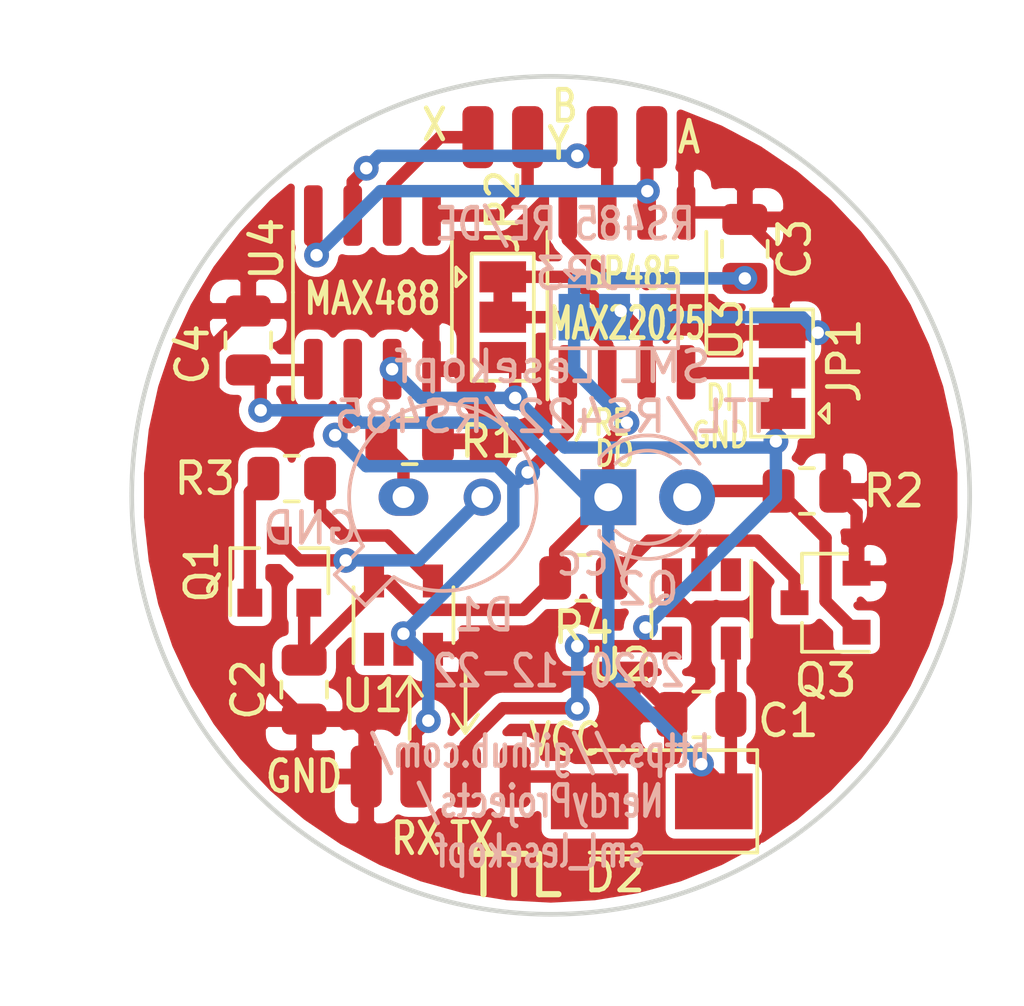
<source format=kicad_pcb>
(kicad_pcb (version 20171130) (host pcbnew 5.1.8)

  (general
    (thickness 1.6)
    (drawings 30)
    (tracks 194)
    (zones 0)
    (modules 28)
    (nets 19)
  )

  (page A4)
  (layers
    (0 F.Cu signal)
    (31 B.Cu signal)
    (32 B.Adhes user)
    (33 F.Adhes user)
    (34 B.Paste user)
    (35 F.Paste user)
    (36 B.SilkS user)
    (37 F.SilkS user)
    (38 B.Mask user)
    (39 F.Mask user)
    (40 Dwgs.User user)
    (41 Cmts.User user)
    (42 Eco1.User user)
    (43 Eco2.User user)
    (44 Edge.Cuts user)
    (45 Margin user)
    (46 B.CrtYd user)
    (47 F.CrtYd user)
    (48 B.Fab user)
    (49 F.Fab user)
  )

  (setup
    (last_trace_width 0.25)
    (user_trace_width 0.25)
    (user_trace_width 0.3)
    (user_trace_width 0.4)
    (user_trace_width 0.5)
    (trace_clearance 0.2)
    (zone_clearance 0.508)
    (zone_45_only no)
    (trace_min 0.2)
    (via_size 0.8)
    (via_drill 0.4)
    (via_min_size 0.4)
    (via_min_drill 0.3)
    (user_via 0.8 0.4)
    (uvia_size 0.3)
    (uvia_drill 0.1)
    (uvias_allowed no)
    (uvia_min_size 0.2)
    (uvia_min_drill 0.1)
    (edge_width 0.05)
    (segment_width 0.2)
    (pcb_text_width 0.3)
    (pcb_text_size 1.5 1.5)
    (mod_edge_width 0.12)
    (mod_text_size 1 1)
    (mod_text_width 0.15)
    (pad_size 1.524 1.524)
    (pad_drill 0.762)
    (pad_to_mask_clearance 0)
    (aux_axis_origin 0 0)
    (visible_elements FFFFFF7F)
    (pcbplotparams
      (layerselection 0x010fc_ffffffff)
      (usegerberextensions false)
      (usegerberattributes true)
      (usegerberadvancedattributes true)
      (creategerberjobfile true)
      (excludeedgelayer true)
      (linewidth 0.150000)
      (plotframeref false)
      (viasonmask false)
      (mode 1)
      (useauxorigin false)
      (hpglpennumber 1)
      (hpglpenspeed 20)
      (hpglpendiameter 15.000000)
      (psnegative false)
      (psa4output false)
      (plotreference true)
      (plotvalue true)
      (plotinvisibletext false)
      (padsonsilk false)
      (subtractmaskfromsilk false)
      (outputformat 1)
      (mirror false)
      (drillshape 0)
      (scaleselection 1)
      (outputdirectory "gerber"))
  )

  (net 0 "")
  (net 1 GND)
  (net 2 VCC)
  (net 3 "Net-(D1-Pad2)")
  (net 4 "Net-(D1-Pad1)")
  (net 5 "Net-(D2-Pad2)")
  (net 6 DI)
  (net 7 DO)
  (net 8 "Net-(Q1-Pad1)")
  (net 9 "Net-(Q2-Pad2)")
  (net 10 "Net-(Q3-Pad3)")
  (net 11 "Net-(R3-Pad1)")
  (net 12 "Net-(J5-Pad1)")
  (net 13 "Net-(J6-Pad1)")
  (net 14 "Net-(J7-Pad1)")
  (net 15 "Net-(J8-Pad1)")
  (net 16 "Net-(JP1-Pad2)")
  (net 17 "Net-(JP2-Pad2)")
  (net 18 "Net-(JP2-Pad1)")

  (net_class Default "This is the default net class."
    (clearance 0.2)
    (trace_width 0.25)
    (via_dia 0.8)
    (via_drill 0.4)
    (uvia_dia 0.3)
    (uvia_drill 0.1)
    (add_net DI)
    (add_net DO)
    (add_net GND)
    (add_net "Net-(D1-Pad1)")
    (add_net "Net-(D1-Pad2)")
    (add_net "Net-(D2-Pad2)")
    (add_net "Net-(J5-Pad1)")
    (add_net "Net-(J6-Pad1)")
    (add_net "Net-(J7-Pad1)")
    (add_net "Net-(J8-Pad1)")
    (add_net "Net-(JP1-Pad2)")
    (add_net "Net-(JP2-Pad1)")
    (add_net "Net-(JP2-Pad2)")
    (add_net "Net-(Q1-Pad1)")
    (add_net "Net-(Q2-Pad2)")
    (add_net "Net-(Q3-Pad3)")
    (add_net "Net-(R3-Pad1)")
    (add_net VCC)
  )

  (module Jumper:SolderJumper-3_P1.3mm_Bridged12_Pad1.0x1.5mm (layer B.Cu) (tedit 5C756B4C) (tstamp 5FE21B96)
    (at 58 54.4)
    (descr "SMD Solder 3-pad Jumper, 1x1.5mm Pads, 0.3mm gap, pads 1-2 bridged with 1 copper strip")
    (tags "solder jumper open")
    (path /5FF61098)
    (attr virtual)
    (fp_text reference JP3 (at -1.2 -1.4) (layer B.SilkS)
      (effects (font (size 1 1) (thickness 0.15)) (justify mirror))
    )
    (fp_text value SolderJumper_3_Bridged12 (at 0 -2) (layer B.Fab)
      (effects (font (size 1 1) (thickness 0.15)) (justify mirror))
    )
    (fp_poly (pts (xy -0.9 0.3) (xy -0.4 0.3) (xy -0.4 -0.3) (xy -0.9 -0.3)) (layer B.Cu) (width 0))
    (fp_line (start 2.3 -1.25) (end -2.3 -1.25) (layer B.CrtYd) (width 0.05))
    (fp_line (start 2.3 -1.25) (end 2.3 1.25) (layer B.CrtYd) (width 0.05))
    (fp_line (start -2.3 1.25) (end -2.3 -1.25) (layer B.CrtYd) (width 0.05))
    (fp_line (start -2.3 1.25) (end 2.3 1.25) (layer B.CrtYd) (width 0.05))
    (fp_line (start -2.05 1) (end 2.05 1) (layer B.SilkS) (width 0.12))
    (fp_line (start 2.05 1) (end 2.05 -1) (layer B.SilkS) (width 0.12))
    (fp_line (start 2.05 -1) (end -2.05 -1) (layer B.SilkS) (width 0.12))
    (fp_line (start -2.05 -1) (end -2.05 1) (layer B.SilkS) (width 0.12))
    (fp_line (start -1.3 -1.2) (end -1.6 -1.5) (layer B.SilkS) (width 0.12))
    (fp_line (start -1.6 -1.5) (end -1 -1.5) (layer B.SilkS) (width 0.12))
    (fp_line (start -1.3 -1.2) (end -1 -1.5) (layer B.SilkS) (width 0.12))
    (pad 2 smd rect (at 0 0) (size 1 1.5) (layers B.Cu B.Mask)
      (net 18 "Net-(JP2-Pad1)"))
    (pad 3 smd rect (at 1.3 0) (size 1 1.5) (layers B.Cu B.Mask)
      (net 1 GND))
    (pad 1 smd rect (at -1.3 0) (size 1 1.5) (layers B.Cu B.Mask)
      (net 2 VCC))
  )

  (module Capacitor_SMD:C_0805_2012Metric (layer F.Cu) (tedit 5F68FEEE) (tstamp 5FE1E137)
    (at 46.2 55.15 90)
    (descr "Capacitor SMD 0805 (2012 Metric), square (rectangular) end terminal, IPC_7351 nominal, (Body size source: IPC-SM-782 page 76, https://www.pcb-3d.com/wordpress/wp-content/uploads/ipc-sm-782a_amendment_1_and_2.pdf, https://docs.google.com/spreadsheets/d/1BsfQQcO9C6DZCsRaXUlFlo91Tg2WpOkGARC1WS5S8t0/edit?usp=sharing), generated with kicad-footprint-generator")
    (tags capacitor)
    (path /5FF16C4F)
    (attr smd)
    (fp_text reference C4 (at -0.45 -1.8 90) (layer F.SilkS)
      (effects (font (size 1 1) (thickness 0.15)))
    )
    (fp_text value 1µ (at 0 1.68 90) (layer F.Fab)
      (effects (font (size 1 1) (thickness 0.15)))
    )
    (fp_line (start 1.7 0.98) (end -1.7 0.98) (layer F.CrtYd) (width 0.05))
    (fp_line (start 1.7 -0.98) (end 1.7 0.98) (layer F.CrtYd) (width 0.05))
    (fp_line (start -1.7 -0.98) (end 1.7 -0.98) (layer F.CrtYd) (width 0.05))
    (fp_line (start -1.7 0.98) (end -1.7 -0.98) (layer F.CrtYd) (width 0.05))
    (fp_line (start -0.261252 0.735) (end 0.261252 0.735) (layer F.SilkS) (width 0.12))
    (fp_line (start -0.261252 -0.735) (end 0.261252 -0.735) (layer F.SilkS) (width 0.12))
    (fp_line (start 1 0.625) (end -1 0.625) (layer F.Fab) (width 0.1))
    (fp_line (start 1 -0.625) (end 1 0.625) (layer F.Fab) (width 0.1))
    (fp_line (start -1 -0.625) (end 1 -0.625) (layer F.Fab) (width 0.1))
    (fp_line (start -1 0.625) (end -1 -0.625) (layer F.Fab) (width 0.1))
    (fp_text user %R (at 0 0 90) (layer F.Fab)
      (effects (font (size 0.5 0.5) (thickness 0.08)))
    )
    (pad 2 smd roundrect (at 0.95 0 90) (size 1 1.45) (layers F.Cu F.Paste F.Mask) (roundrect_rratio 0.25)
      (net 1 GND))
    (pad 1 smd roundrect (at -0.95 0 90) (size 1 1.45) (layers F.Cu F.Paste F.Mask) (roundrect_rratio 0.25)
      (net 2 VCC))
    (model ${KISYS3DMOD}/Capacitor_SMD.3dshapes/C_0805_2012Metric.wrl
      (at (xyz 0 0 0))
      (scale (xyz 1 1 1))
      (rotate (xyz 0 0 0))
    )
  )

  (module Jumper:SolderJumper-3_P1.3mm_Bridged12_Pad1.0x1.5mm (layer F.Cu) (tedit 5C756B4C) (tstamp 5FE0BD65)
    (at 54.4 54.4 270)
    (descr "SMD Solder 3-pad Jumper, 1x1.5mm Pads, 0.3mm gap, pads 1-2 bridged with 1 copper strip")
    (tags "solder jumper open")
    (path /5FEBA258)
    (attr virtual)
    (fp_text reference JP2 (at -3.4 0 90) (layer F.SilkS)
      (effects (font (size 1 1) (thickness 0.15)))
    )
    (fp_text value SolderJumper_3_Bridged12 (at 0 2 90) (layer F.Fab)
      (effects (font (size 1 1) (thickness 0.15)))
    )
    (fp_poly (pts (xy -0.9 -0.3) (xy -0.4 -0.3) (xy -0.4 0.3) (xy -0.9 0.3)) (layer F.Cu) (width 0))
    (fp_line (start 2.3 1.25) (end -2.3 1.25) (layer F.CrtYd) (width 0.05))
    (fp_line (start 2.3 1.25) (end 2.3 -1.25) (layer F.CrtYd) (width 0.05))
    (fp_line (start -2.3 -1.25) (end -2.3 1.25) (layer F.CrtYd) (width 0.05))
    (fp_line (start -2.3 -1.25) (end 2.3 -1.25) (layer F.CrtYd) (width 0.05))
    (fp_line (start -2.05 -1) (end 2.05 -1) (layer F.SilkS) (width 0.12))
    (fp_line (start 2.05 -1) (end 2.05 1) (layer F.SilkS) (width 0.12))
    (fp_line (start 2.05 1) (end -2.05 1) (layer F.SilkS) (width 0.12))
    (fp_line (start -2.05 1) (end -2.05 -1) (layer F.SilkS) (width 0.12))
    (fp_line (start -1.3 1.2) (end -1.6 1.5) (layer F.SilkS) (width 0.12))
    (fp_line (start -1.6 1.5) (end -1 1.5) (layer F.SilkS) (width 0.12))
    (fp_line (start -1.3 1.2) (end -1 1.5) (layer F.SilkS) (width 0.12))
    (pad 2 smd rect (at 0 0 270) (size 1 1.5) (layers F.Cu F.Mask)
      (net 17 "Net-(JP2-Pad2)"))
    (pad 3 smd rect (at 1.3 0 270) (size 1 1.5) (layers F.Cu F.Mask)
      (net 7 DO))
    (pad 1 smd rect (at -1.3 0 270) (size 1 1.5) (layers F.Cu F.Mask)
      (net 18 "Net-(JP2-Pad1)"))
  )

  (module Jumper:SolderJumper-3_P1.3mm_Bridged12_Pad1.0x1.5mm (layer F.Cu) (tedit 5C756B4C) (tstamp 5FE0BD51)
    (at 63.4 56.2 90)
    (descr "SMD Solder 3-pad Jumper, 1x1.5mm Pads, 0.3mm gap, pads 1-2 bridged with 1 copper strip")
    (tags "solder jumper open")
    (path /5FEBB072)
    (attr virtual)
    (fp_text reference JP1 (at 0.4 2 90) (layer F.SilkS)
      (effects (font (size 1 1) (thickness 0.15)))
    )
    (fp_text value SolderJumper_3_Bridged12 (at 0 2 90) (layer F.Fab)
      (effects (font (size 1 1) (thickness 0.15)))
    )
    (fp_poly (pts (xy -0.9 -0.3) (xy -0.4 -0.3) (xy -0.4 0.3) (xy -0.9 0.3)) (layer F.Cu) (width 0))
    (fp_line (start 2.3 1.25) (end -2.3 1.25) (layer F.CrtYd) (width 0.05))
    (fp_line (start 2.3 1.25) (end 2.3 -1.25) (layer F.CrtYd) (width 0.05))
    (fp_line (start -2.3 -1.25) (end -2.3 1.25) (layer F.CrtYd) (width 0.05))
    (fp_line (start -2.3 -1.25) (end 2.3 -1.25) (layer F.CrtYd) (width 0.05))
    (fp_line (start -2.05 -1) (end 2.05 -1) (layer F.SilkS) (width 0.12))
    (fp_line (start 2.05 -1) (end 2.05 1) (layer F.SilkS) (width 0.12))
    (fp_line (start 2.05 1) (end -2.05 1) (layer F.SilkS) (width 0.12))
    (fp_line (start -2.05 1) (end -2.05 -1) (layer F.SilkS) (width 0.12))
    (fp_line (start -1.3 1.2) (end -1.6 1.5) (layer F.SilkS) (width 0.12))
    (fp_line (start -1.6 1.5) (end -1 1.5) (layer F.SilkS) (width 0.12))
    (fp_line (start -1.3 1.2) (end -1 1.5) (layer F.SilkS) (width 0.12))
    (pad 2 smd rect (at 0 0 90) (size 1 1.5) (layers F.Cu F.Mask)
      (net 16 "Net-(JP1-Pad2)"))
    (pad 3 smd rect (at 1.3 0 90) (size 1 1.5) (layers F.Cu F.Mask)
      (net 1 GND))
    (pad 1 smd rect (at -1.3 0 90) (size 1 1.5) (layers F.Cu F.Mask)
      (net 7 DO))
  )

  (module Capacitor_SMD:C_0805_2012Metric (layer F.Cu) (tedit 5F68FEEE) (tstamp 5FE0B450)
    (at 62.2 52.2 90)
    (descr "Capacitor SMD 0805 (2012 Metric), square (rectangular) end terminal, IPC_7351 nominal, (Body size source: IPC-SM-782 page 76, https://www.pcb-3d.com/wordpress/wp-content/uploads/ipc-sm-782a_amendment_1_and_2.pdf, https://docs.google.com/spreadsheets/d/1BsfQQcO9C6DZCsRaXUlFlo91Tg2WpOkGARC1WS5S8t0/edit?usp=sharing), generated with kicad-footprint-generator")
    (tags capacitor)
    (path /5FEABAE9)
    (attr smd)
    (fp_text reference C3 (at 0 1.6 90) (layer F.SilkS)
      (effects (font (size 1 1) (thickness 0.15)))
    )
    (fp_text value 1µ (at 0 1.68 90) (layer F.Fab)
      (effects (font (size 1 1) (thickness 0.15)))
    )
    (fp_line (start 1.7 0.98) (end -1.7 0.98) (layer F.CrtYd) (width 0.05))
    (fp_line (start 1.7 -0.98) (end 1.7 0.98) (layer F.CrtYd) (width 0.05))
    (fp_line (start -1.7 -0.98) (end 1.7 -0.98) (layer F.CrtYd) (width 0.05))
    (fp_line (start -1.7 0.98) (end -1.7 -0.98) (layer F.CrtYd) (width 0.05))
    (fp_line (start -0.261252 0.735) (end 0.261252 0.735) (layer F.SilkS) (width 0.12))
    (fp_line (start -0.261252 -0.735) (end 0.261252 -0.735) (layer F.SilkS) (width 0.12))
    (fp_line (start 1 0.625) (end -1 0.625) (layer F.Fab) (width 0.1))
    (fp_line (start 1 -0.625) (end 1 0.625) (layer F.Fab) (width 0.1))
    (fp_line (start -1 -0.625) (end 1 -0.625) (layer F.Fab) (width 0.1))
    (fp_line (start -1 0.625) (end -1 -0.625) (layer F.Fab) (width 0.1))
    (fp_text user %R (at 0 0 90) (layer F.Fab)
      (effects (font (size 0.5 0.5) (thickness 0.08)))
    )
    (pad 2 smd roundrect (at 0.95 0 90) (size 1 1.45) (layers F.Cu F.Paste F.Mask) (roundrect_rratio 0.25)
      (net 1 GND))
    (pad 1 smd roundrect (at -0.95 0 90) (size 1 1.45) (layers F.Cu F.Paste F.Mask) (roundrect_rratio 0.25)
      (net 2 VCC))
    (model ${KISYS3DMOD}/Capacitor_SMD.3dshapes/C_0805_2012Metric.wrl
      (at (xyz 0 0 0))
      (scale (xyz 1 1 1))
      (rotate (xyz 0 0 0))
    )
  )

  (module Connector_Wire:SolderWirePad_1x01_SMD_1x2mm (layer F.Cu) (tedit 5DD6EB27) (tstamp 5FE01E42)
    (at 55.2 48.6)
    (descr "Wire Pad, Square, SMD Pad,  5mm x 10mm,")
    (tags "MesurementPoint Square SMDPad 5mmx10mm ")
    (path /5FE4D4A3)
    (attr virtual)
    (fp_text reference J8 (at 1 0.6) (layer F.SilkS) hide
      (effects (font (size 1 1) (thickness 0.15)))
    )
    (fp_text value Y (at 0 2.54) (layer F.Fab)
      (effects (font (size 1 1) (thickness 0.15)))
    )
    (fp_line (start -0.63 1.27) (end -0.63 -1.27) (layer F.Fab) (width 0.1))
    (fp_line (start 0.63 1.27) (end -0.63 1.27) (layer F.Fab) (width 0.1))
    (fp_line (start 0.63 -1.27) (end 0.63 1.27) (layer F.Fab) (width 0.1))
    (fp_line (start -0.63 -1.27) (end 0.63 -1.27) (layer F.Fab) (width 0.1))
    (fp_line (start -0.63 -1.27) (end -0.63 1.27) (layer F.CrtYd) (width 0.05))
    (fp_line (start -0.63 1.27) (end 0.63 1.27) (layer F.CrtYd) (width 0.05))
    (fp_line (start 0.63 1.27) (end 0.63 -1.27) (layer F.CrtYd) (width 0.05))
    (fp_line (start 0.63 -1.27) (end -0.63 -1.27) (layer F.CrtYd) (width 0.05))
    (fp_text user %R (at 0 0) (layer F.Fab)
      (effects (font (size 1 1) (thickness 0.15)))
    )
    (pad 1 smd roundrect (at 0 0) (size 1 2) (layers F.Cu F.Paste F.Mask) (roundrect_rratio 0.25)
      (net 15 "Net-(J8-Pad1)"))
  )

  (module Connector_Wire:SolderWirePad_1x01_SMD_1x2mm (layer F.Cu) (tedit 5DD6EB27) (tstamp 5FE01E34)
    (at 53.6 48.6)
    (descr "Wire Pad, Square, SMD Pad,  5mm x 10mm,")
    (tags "MesurementPoint Square SMDPad 5mmx10mm ")
    (path /5FE4E115)
    (attr virtual)
    (fp_text reference J7 (at -1.4 0) (layer F.SilkS) hide
      (effects (font (size 1 1) (thickness 0.15)))
    )
    (fp_text value Z (at 0 2.54) (layer F.Fab)
      (effects (font (size 1 1) (thickness 0.15)))
    )
    (fp_line (start -0.63 1.27) (end -0.63 -1.27) (layer F.Fab) (width 0.1))
    (fp_line (start 0.63 1.27) (end -0.63 1.27) (layer F.Fab) (width 0.1))
    (fp_line (start 0.63 -1.27) (end 0.63 1.27) (layer F.Fab) (width 0.1))
    (fp_line (start -0.63 -1.27) (end 0.63 -1.27) (layer F.Fab) (width 0.1))
    (fp_line (start -0.63 -1.27) (end -0.63 1.27) (layer F.CrtYd) (width 0.05))
    (fp_line (start -0.63 1.27) (end 0.63 1.27) (layer F.CrtYd) (width 0.05))
    (fp_line (start 0.63 1.27) (end 0.63 -1.27) (layer F.CrtYd) (width 0.05))
    (fp_line (start 0.63 -1.27) (end -0.63 -1.27) (layer F.CrtYd) (width 0.05))
    (fp_text user %R (at 0 0) (layer F.Fab)
      (effects (font (size 1 1) (thickness 0.15)))
    )
    (pad 1 smd roundrect (at 0 0) (size 1 2) (layers F.Cu F.Paste F.Mask) (roundrect_rratio 0.25)
      (net 14 "Net-(J7-Pad1)"))
  )

  (module Connector_Wire:SolderWirePad_1x01_SMD_1x2mm (layer F.Cu) (tedit 5DD6EB27) (tstamp 5FE01E26)
    (at 59.2 48.6)
    (descr "Wire Pad, Square, SMD Pad,  5mm x 10mm,")
    (tags "MesurementPoint Square SMDPad 5mmx10mm ")
    (path /5FE499EF)
    (attr virtual)
    (fp_text reference J6 (at 1.4 0.2) (layer F.SilkS) hide
      (effects (font (size 1 1) (thickness 0.15)))
    )
    (fp_text value A (at 0 2.54) (layer F.Fab)
      (effects (font (size 1 1) (thickness 0.15)))
    )
    (fp_line (start -0.63 1.27) (end -0.63 -1.27) (layer F.Fab) (width 0.1))
    (fp_line (start 0.63 1.27) (end -0.63 1.27) (layer F.Fab) (width 0.1))
    (fp_line (start 0.63 -1.27) (end 0.63 1.27) (layer F.Fab) (width 0.1))
    (fp_line (start -0.63 -1.27) (end 0.63 -1.27) (layer F.Fab) (width 0.1))
    (fp_line (start -0.63 -1.27) (end -0.63 1.27) (layer F.CrtYd) (width 0.05))
    (fp_line (start -0.63 1.27) (end 0.63 1.27) (layer F.CrtYd) (width 0.05))
    (fp_line (start 0.63 1.27) (end 0.63 -1.27) (layer F.CrtYd) (width 0.05))
    (fp_line (start 0.63 -1.27) (end -0.63 -1.27) (layer F.CrtYd) (width 0.05))
    (fp_text user %R (at 0 0) (layer F.Fab)
      (effects (font (size 1 1) (thickness 0.15)))
    )
    (pad 1 smd roundrect (at 0 0) (size 1 2) (layers F.Cu F.Paste F.Mask) (roundrect_rratio 0.25)
      (net 13 "Net-(J6-Pad1)"))
  )

  (module Connector_Wire:SolderWirePad_1x01_SMD_1x2mm (layer F.Cu) (tedit 5DD6EB27) (tstamp 5FE01E18)
    (at 57.6 48.6)
    (descr "Wire Pad, Square, SMD Pad,  5mm x 10mm,")
    (tags "MesurementPoint Square SMDPad 5mmx10mm ")
    (path /5FE4A733)
    (attr virtual)
    (fp_text reference J5 (at -1.2 -0.8) (layer F.SilkS) hide
      (effects (font (size 1 1) (thickness 0.15)))
    )
    (fp_text value B (at 0 2.54) (layer F.Fab)
      (effects (font (size 1 1) (thickness 0.15)))
    )
    (fp_line (start -0.63 1.27) (end -0.63 -1.27) (layer F.Fab) (width 0.1))
    (fp_line (start 0.63 1.27) (end -0.63 1.27) (layer F.Fab) (width 0.1))
    (fp_line (start 0.63 -1.27) (end 0.63 1.27) (layer F.Fab) (width 0.1))
    (fp_line (start -0.63 -1.27) (end 0.63 -1.27) (layer F.Fab) (width 0.1))
    (fp_line (start -0.63 -1.27) (end -0.63 1.27) (layer F.CrtYd) (width 0.05))
    (fp_line (start -0.63 1.27) (end 0.63 1.27) (layer F.CrtYd) (width 0.05))
    (fp_line (start 0.63 1.27) (end 0.63 -1.27) (layer F.CrtYd) (width 0.05))
    (fp_line (start 0.63 -1.27) (end -0.63 -1.27) (layer F.CrtYd) (width 0.05))
    (fp_text user %R (at 0 0) (layer F.Fab)
      (effects (font (size 1 1) (thickness 0.15)))
    )
    (pad 1 smd roundrect (at 0 0) (size 1 2) (layers F.Cu F.Paste F.Mask) (roundrect_rratio 0.25)
      (net 12 "Net-(J5-Pad1)"))
  )

  (module Connector_Wire:SolderWirePad_1x01_SMD_1x2mm (layer F.Cu) (tedit 5DD6EB27) (tstamp 5FE1D6A5)
    (at 53.2 69.2 180)
    (descr "Wire Pad, Square, SMD Pad,  5mm x 10mm,")
    (tags "MesurementPoint Square SMDPad 5mmx10mm ")
    (path /5F9DDDB5)
    (attr virtual)
    (fp_text reference J4 (at -0.4 -1.8) (layer F.SilkS) hide
      (effects (font (size 1 1) (thickness 0.15)))
    )
    (fp_text value TTL_OUT (at 0 2.54) (layer F.Fab)
      (effects (font (size 1 1) (thickness 0.15)))
    )
    (fp_line (start -0.63 1.27) (end -0.63 -1.27) (layer F.Fab) (width 0.1))
    (fp_line (start 0.63 1.27) (end -0.63 1.27) (layer F.Fab) (width 0.1))
    (fp_line (start 0.63 -1.27) (end 0.63 1.27) (layer F.Fab) (width 0.1))
    (fp_line (start -0.63 -1.27) (end 0.63 -1.27) (layer F.Fab) (width 0.1))
    (fp_line (start -0.63 -1.27) (end -0.63 1.27) (layer F.CrtYd) (width 0.05))
    (fp_line (start -0.63 1.27) (end 0.63 1.27) (layer F.CrtYd) (width 0.05))
    (fp_line (start 0.63 1.27) (end 0.63 -1.27) (layer F.CrtYd) (width 0.05))
    (fp_line (start 0.63 -1.27) (end -0.63 -1.27) (layer F.CrtYd) (width 0.05))
    (fp_text user %R (at 0 0) (layer F.Fab)
      (effects (font (size 1 1) (thickness 0.15)))
    )
    (pad 1 smd roundrect (at 0 0 180) (size 1 2) (layers F.Cu F.Paste F.Mask) (roundrect_rratio 0.25)
      (net 7 DO))
  )

  (module Connector_Wire:SolderWirePad_1x01_SMD_1x2mm (layer F.Cu) (tedit 5DD6EB27) (tstamp 5FE1D67E)
    (at 51.6 69.2)
    (descr "Wire Pad, Square, SMD Pad,  5mm x 10mm,")
    (tags "MesurementPoint Square SMDPad 5mmx10mm ")
    (path /5FA0C599)
    (attr virtual)
    (fp_text reference J3 (at -0.4 1.8) (layer F.SilkS) hide
      (effects (font (size 1 1) (thickness 0.15)))
    )
    (fp_text value TTL_IN (at 0 2.54) (layer F.Fab)
      (effects (font (size 1 1) (thickness 0.15)))
    )
    (fp_line (start -0.63 1.27) (end -0.63 -1.27) (layer F.Fab) (width 0.1))
    (fp_line (start 0.63 1.27) (end -0.63 1.27) (layer F.Fab) (width 0.1))
    (fp_line (start 0.63 -1.27) (end 0.63 1.27) (layer F.Fab) (width 0.1))
    (fp_line (start -0.63 -1.27) (end 0.63 -1.27) (layer F.Fab) (width 0.1))
    (fp_line (start -0.63 -1.27) (end -0.63 1.27) (layer F.CrtYd) (width 0.05))
    (fp_line (start -0.63 1.27) (end 0.63 1.27) (layer F.CrtYd) (width 0.05))
    (fp_line (start 0.63 1.27) (end 0.63 -1.27) (layer F.CrtYd) (width 0.05))
    (fp_line (start 0.63 -1.27) (end -0.63 -1.27) (layer F.CrtYd) (width 0.05))
    (fp_text user %R (at 0 0) (layer F.Fab)
      (effects (font (size 1 1) (thickness 0.15)))
    )
    (pad 1 smd roundrect (at 0 0) (size 1 2) (layers F.Cu F.Paste F.Mask) (roundrect_rratio 0.25)
      (net 6 DI))
  )

  (module Connector_Wire:SolderWirePad_1x01_SMD_1x2mm (layer F.Cu) (tedit 5DD6EB27) (tstamp 5FE1D6F6)
    (at 50 69.2)
    (descr "Wire Pad, Square, SMD Pad,  5mm x 10mm,")
    (tags "MesurementPoint Square SMDPad 5mmx10mm ")
    (path /5FA1BD26)
    (attr virtual)
    (fp_text reference J2 (at -2.2 -0.4) (layer F.SilkS) hide
      (effects (font (size 1 1) (thickness 0.15)))
    )
    (fp_text value GND (at 0 2.54) (layer F.Fab)
      (effects (font (size 1 1) (thickness 0.15)))
    )
    (fp_line (start -0.63 1.27) (end -0.63 -1.27) (layer F.Fab) (width 0.1))
    (fp_line (start 0.63 1.27) (end -0.63 1.27) (layer F.Fab) (width 0.1))
    (fp_line (start 0.63 -1.27) (end 0.63 1.27) (layer F.Fab) (width 0.1))
    (fp_line (start -0.63 -1.27) (end 0.63 -1.27) (layer F.Fab) (width 0.1))
    (fp_line (start -0.63 -1.27) (end -0.63 1.27) (layer F.CrtYd) (width 0.05))
    (fp_line (start -0.63 1.27) (end 0.63 1.27) (layer F.CrtYd) (width 0.05))
    (fp_line (start 0.63 1.27) (end 0.63 -1.27) (layer F.CrtYd) (width 0.05))
    (fp_line (start 0.63 -1.27) (end -0.63 -1.27) (layer F.CrtYd) (width 0.05))
    (fp_text user %R (at 0 0) (layer F.Fab)
      (effects (font (size 1 1) (thickness 0.15)))
    )
    (pad 1 smd roundrect (at 0 0) (size 1 2) (layers F.Cu F.Paste F.Mask) (roundrect_rratio 0.25)
      (net 1 GND))
  )

  (module Connector_Wire:SolderWirePad_1x01_SMD_1x2mm (layer F.Cu) (tedit 5DD6EB27) (tstamp 5FE1D6CC)
    (at 54.8 69.2)
    (descr "Wire Pad, Square, SMD Pad,  5mm x 10mm,")
    (tags "MesurementPoint Square SMDPad 5mmx10mm ")
    (path /5F9E0CBA)
    (attr virtual)
    (fp_text reference J1 (at 1.8 -1.4) (layer F.SilkS) hide
      (effects (font (size 1 1) (thickness 0.15)))
    )
    (fp_text value +Ub (at 0 2.54) (layer F.Fab)
      (effects (font (size 1 1) (thickness 0.15)))
    )
    (fp_line (start -0.63 1.27) (end -0.63 -1.27) (layer F.Fab) (width 0.1))
    (fp_line (start 0.63 1.27) (end -0.63 1.27) (layer F.Fab) (width 0.1))
    (fp_line (start 0.63 -1.27) (end 0.63 1.27) (layer F.Fab) (width 0.1))
    (fp_line (start -0.63 -1.27) (end 0.63 -1.27) (layer F.Fab) (width 0.1))
    (fp_line (start -0.63 -1.27) (end -0.63 1.27) (layer F.CrtYd) (width 0.05))
    (fp_line (start -0.63 1.27) (end 0.63 1.27) (layer F.CrtYd) (width 0.05))
    (fp_line (start 0.63 1.27) (end 0.63 -1.27) (layer F.CrtYd) (width 0.05))
    (fp_line (start 0.63 -1.27) (end -0.63 -1.27) (layer F.CrtYd) (width 0.05))
    (fp_text user %R (at 0 0) (layer F.Fab)
      (effects (font (size 1 1) (thickness 0.15)))
    )
    (pad 1 smd roundrect (at 0 0) (size 1 2) (layers F.Cu F.Paste F.Mask) (roundrect_rratio 0.25)
      (net 5 "Net-(D2-Pad2)"))
  )

  (module Package_SO:SOIC-8_3.9x4.9mm_P1.27mm (layer F.Cu) (tedit 5D9F72B1) (tstamp 5FE01811)
    (at 50.2 53.6 90)
    (descr "SOIC, 8 Pin (JEDEC MS-012AA, https://www.analog.com/media/en/package-pcb-resources/package/pkg_pdf/soic_narrow-r/r_8.pdf), generated with kicad-footprint-generator ipc_gullwing_generator.py")
    (tags "SOIC SO")
    (path /5FDFDDCC)
    (attr smd)
    (fp_text reference U4 (at 1.4 -3.4 90) (layer F.SilkS)
      (effects (font (size 1 1) (thickness 0.15)))
    )
    (fp_text value ADM3490ExR (at 0 3.4 90) (layer F.Fab)
      (effects (font (size 1 1) (thickness 0.15)))
    )
    (fp_line (start 3.7 -2.7) (end -3.7 -2.7) (layer F.CrtYd) (width 0.05))
    (fp_line (start 3.7 2.7) (end 3.7 -2.7) (layer F.CrtYd) (width 0.05))
    (fp_line (start -3.7 2.7) (end 3.7 2.7) (layer F.CrtYd) (width 0.05))
    (fp_line (start -3.7 -2.7) (end -3.7 2.7) (layer F.CrtYd) (width 0.05))
    (fp_line (start -1.95 -1.475) (end -0.975 -2.45) (layer F.Fab) (width 0.1))
    (fp_line (start -1.95 2.45) (end -1.95 -1.475) (layer F.Fab) (width 0.1))
    (fp_line (start 1.95 2.45) (end -1.95 2.45) (layer F.Fab) (width 0.1))
    (fp_line (start 1.95 -2.45) (end 1.95 2.45) (layer F.Fab) (width 0.1))
    (fp_line (start -0.975 -2.45) (end 1.95 -2.45) (layer F.Fab) (width 0.1))
    (fp_line (start 0 -2.56) (end -3.45 -2.56) (layer F.SilkS) (width 0.12))
    (fp_line (start 0 -2.56) (end 1.95 -2.56) (layer F.SilkS) (width 0.12))
    (fp_line (start 0 2.56) (end -1.95 2.56) (layer F.SilkS) (width 0.12))
    (fp_line (start 0 2.56) (end 1.95 2.56) (layer F.SilkS) (width 0.12))
    (fp_text user %R (at 0 0 90) (layer F.Fab)
      (effects (font (size 0.98 0.98) (thickness 0.15)))
    )
    (pad 8 smd roundrect (at 2.475 -1.905 90) (size 1.95 0.6) (layers F.Cu F.Paste F.Mask) (roundrect_rratio 0.25)
      (net 13 "Net-(J6-Pad1)"))
    (pad 7 smd roundrect (at 2.475 -0.635 90) (size 1.95 0.6) (layers F.Cu F.Paste F.Mask) (roundrect_rratio 0.25)
      (net 12 "Net-(J5-Pad1)"))
    (pad 6 smd roundrect (at 2.475 0.635 90) (size 1.95 0.6) (layers F.Cu F.Paste F.Mask) (roundrect_rratio 0.25)
      (net 14 "Net-(J7-Pad1)"))
    (pad 5 smd roundrect (at 2.475 1.905 90) (size 1.95 0.6) (layers F.Cu F.Paste F.Mask) (roundrect_rratio 0.25)
      (net 15 "Net-(J8-Pad1)"))
    (pad 4 smd roundrect (at -2.475 1.905 90) (size 1.95 0.6) (layers F.Cu F.Paste F.Mask) (roundrect_rratio 0.25)
      (net 1 GND))
    (pad 3 smd roundrect (at -2.475 0.635 90) (size 1.95 0.6) (layers F.Cu F.Paste F.Mask) (roundrect_rratio 0.25)
      (net 7 DO))
    (pad 2 smd roundrect (at -2.475 -0.635 90) (size 1.95 0.6) (layers F.Cu F.Paste F.Mask) (roundrect_rratio 0.25)
      (net 6 DI))
    (pad 1 smd roundrect (at -2.475 -1.905 90) (size 1.95 0.6) (layers F.Cu F.Paste F.Mask) (roundrect_rratio 0.25)
      (net 2 VCC))
    (model ${KISYS3DMOD}/Package_SO.3dshapes/SOIC-8_3.9x4.9mm_P1.27mm.wrl
      (at (xyz 0 0 0))
      (scale (xyz 1 1 1))
      (rotate (xyz 0 0 0))
    )
  )

  (module Package_SO:SO-8_3.9x4.9mm_P1.27mm (layer F.Cu) (tedit 5D9F72B1) (tstamp 5FE017F7)
    (at 58.4 53.6 90)
    (descr "SO, 8 Pin (https://www.nxp.com/docs/en/data-sheet/PCF8523.pdf), generated with kicad-footprint-generator ipc_gullwing_generator.py")
    (tags "SO SO")
    (path /5FDFED1F)
    (attr smd)
    (fp_text reference U3 (at -1.2 3.2 90) (layer F.SilkS)
      (effects (font (size 1 1) (thickness 0.15)))
    )
    (fp_text value MAX485E (at 0 3.4 90) (layer F.Fab)
      (effects (font (size 1 1) (thickness 0.15)))
    )
    (fp_line (start 3.7 -2.7) (end -3.7 -2.7) (layer F.CrtYd) (width 0.05))
    (fp_line (start 3.7 2.7) (end 3.7 -2.7) (layer F.CrtYd) (width 0.05))
    (fp_line (start -3.7 2.7) (end 3.7 2.7) (layer F.CrtYd) (width 0.05))
    (fp_line (start -3.7 -2.7) (end -3.7 2.7) (layer F.CrtYd) (width 0.05))
    (fp_line (start -1.95 -1.475) (end -0.975 -2.45) (layer F.Fab) (width 0.1))
    (fp_line (start -1.95 2.45) (end -1.95 -1.475) (layer F.Fab) (width 0.1))
    (fp_line (start 1.95 2.45) (end -1.95 2.45) (layer F.Fab) (width 0.1))
    (fp_line (start 1.95 -2.45) (end 1.95 2.45) (layer F.Fab) (width 0.1))
    (fp_line (start -0.975 -2.45) (end 1.95 -2.45) (layer F.Fab) (width 0.1))
    (fp_line (start 0 -2.56) (end -3.45 -2.56) (layer F.SilkS) (width 0.12))
    (fp_line (start 0 -2.56) (end 1.95 -2.56) (layer F.SilkS) (width 0.12))
    (fp_line (start 0 2.56) (end -1.95 2.56) (layer F.SilkS) (width 0.12))
    (fp_line (start 0 2.56) (end 1.95 2.56) (layer F.SilkS) (width 0.12))
    (fp_text user %R (at 0 0 90) (layer F.Fab)
      (effects (font (size 0.98 0.98) (thickness 0.15)))
    )
    (pad 8 smd roundrect (at 2.575 -1.905 90) (size 1.75 0.6) (layers F.Cu F.Paste F.Mask) (roundrect_rratio 0.25)
      (net 2 VCC))
    (pad 7 smd roundrect (at 2.575 -0.635 90) (size 1.75 0.6) (layers F.Cu F.Paste F.Mask) (roundrect_rratio 0.25)
      (net 12 "Net-(J5-Pad1)"))
    (pad 6 smd roundrect (at 2.575 0.635 90) (size 1.75 0.6) (layers F.Cu F.Paste F.Mask) (roundrect_rratio 0.25)
      (net 13 "Net-(J6-Pad1)"))
    (pad 5 smd roundrect (at 2.575 1.905 90) (size 1.75 0.6) (layers F.Cu F.Paste F.Mask) (roundrect_rratio 0.25)
      (net 1 GND))
    (pad 4 smd roundrect (at -2.575 1.905 90) (size 1.75 0.6) (layers F.Cu F.Paste F.Mask) (roundrect_rratio 0.25)
      (net 16 "Net-(JP1-Pad2)"))
    (pad 3 smd roundrect (at -2.575 0.635 90) (size 1.75 0.6) (layers F.Cu F.Paste F.Mask) (roundrect_rratio 0.25)
      (net 18 "Net-(JP2-Pad1)"))
    (pad 2 smd roundrect (at -2.575 -0.635 90) (size 1.75 0.6) (layers F.Cu F.Paste F.Mask) (roundrect_rratio 0.25)
      (net 17 "Net-(JP2-Pad2)"))
    (pad 1 smd roundrect (at -2.575 -1.905 90) (size 1.75 0.6) (layers F.Cu F.Paste F.Mask) (roundrect_rratio 0.25)
      (net 6 DI))
    (model ${KISYS3DMOD}/Package_SO.3dshapes/SO-8_3.9x4.9mm_P1.27mm.wrl
      (at (xyz 0 0 0))
      (scale (xyz 1 1 1))
      (rotate (xyz 0 0 0))
    )
  )

  (module Package_TO_SOT_SMD:SOT-23-5 (layer F.Cu) (tedit 5A02FF57) (tstamp 5FE017DD)
    (at 60.8 63.8 270)
    (descr "5-pin SOT23 package")
    (tags SOT-23-5)
    (path /5F9C6C09)
    (attr smd)
    (fp_text reference U2 (at 1.8 2.6 180) (layer F.SilkS)
      (effects (font (size 1 1) (thickness 0.15)))
    )
    (fp_text value 74LVC1G17 (at 0 2.9 90) (layer F.Fab)
      (effects (font (size 1 1) (thickness 0.15)))
    )
    (fp_line (start 0.9 -1.55) (end 0.9 1.55) (layer F.Fab) (width 0.1))
    (fp_line (start 0.9 1.55) (end -0.9 1.55) (layer F.Fab) (width 0.1))
    (fp_line (start -0.9 -0.9) (end -0.9 1.55) (layer F.Fab) (width 0.1))
    (fp_line (start 0.9 -1.55) (end -0.25 -1.55) (layer F.Fab) (width 0.1))
    (fp_line (start -0.9 -0.9) (end -0.25 -1.55) (layer F.Fab) (width 0.1))
    (fp_line (start -1.9 1.8) (end -1.9 -1.8) (layer F.CrtYd) (width 0.05))
    (fp_line (start 1.9 1.8) (end -1.9 1.8) (layer F.CrtYd) (width 0.05))
    (fp_line (start 1.9 -1.8) (end 1.9 1.8) (layer F.CrtYd) (width 0.05))
    (fp_line (start -1.9 -1.8) (end 1.9 -1.8) (layer F.CrtYd) (width 0.05))
    (fp_line (start 0.9 -1.61) (end -1.55 -1.61) (layer F.SilkS) (width 0.12))
    (fp_line (start -0.9 1.61) (end 0.9 1.61) (layer F.SilkS) (width 0.12))
    (fp_text user %R (at 0 0) (layer F.Fab)
      (effects (font (size 0.5 0.5) (thickness 0.075)))
    )
    (pad 5 smd rect (at 1.1 -0.95 270) (size 1.06 0.65) (layers F.Cu F.Paste F.Mask)
      (net 2 VCC))
    (pad 4 smd rect (at 1.1 0.95 270) (size 1.06 0.65) (layers F.Cu F.Paste F.Mask)
      (net 7 DO))
    (pad 3 smd rect (at -1.1 0.95 270) (size 1.06 0.65) (layers F.Cu F.Paste F.Mask)
      (net 1 GND))
    (pad 2 smd rect (at -1.1 0 270) (size 1.06 0.65) (layers F.Cu F.Paste F.Mask)
      (net 10 "Net-(Q3-Pad3)"))
    (pad 1 smd rect (at -1.1 -0.95 270) (size 1.06 0.65) (layers F.Cu F.Paste F.Mask))
    (model ${KISYS3DMOD}/Package_TO_SOT_SMD.3dshapes/SOT-23-5.wrl
      (at (xyz 0 0 0))
      (scale (xyz 1 1 1))
      (rotate (xyz 0 0 0))
    )
  )

  (module Package_TO_SOT_SMD:SOT-23-5 (layer F.Cu) (tedit 5A02FF57) (tstamp 5FE021AF)
    (at 51.2 64 90)
    (descr "5-pin SOT23 package")
    (tags SOT-23-5)
    (path /5F9E3529)
    (attr smd)
    (fp_text reference U1 (at -2.6 -1 180) (layer F.SilkS)
      (effects (font (size 1 1) (thickness 0.15)))
    )
    (fp_text value 74LVC1G17 (at 0 2.9 90) (layer F.Fab)
      (effects (font (size 1 1) (thickness 0.15)))
    )
    (fp_line (start 0.9 -1.55) (end 0.9 1.55) (layer F.Fab) (width 0.1))
    (fp_line (start 0.9 1.55) (end -0.9 1.55) (layer F.Fab) (width 0.1))
    (fp_line (start -0.9 -0.9) (end -0.9 1.55) (layer F.Fab) (width 0.1))
    (fp_line (start 0.9 -1.55) (end -0.25 -1.55) (layer F.Fab) (width 0.1))
    (fp_line (start -0.9 -0.9) (end -0.25 -1.55) (layer F.Fab) (width 0.1))
    (fp_line (start -1.9 1.8) (end -1.9 -1.8) (layer F.CrtYd) (width 0.05))
    (fp_line (start 1.9 1.8) (end -1.9 1.8) (layer F.CrtYd) (width 0.05))
    (fp_line (start 1.9 -1.8) (end 1.9 1.8) (layer F.CrtYd) (width 0.05))
    (fp_line (start -1.9 -1.8) (end 1.9 -1.8) (layer F.CrtYd) (width 0.05))
    (fp_line (start 0.9 -1.61) (end -1.55 -1.61) (layer F.SilkS) (width 0.12))
    (fp_line (start -0.9 1.61) (end 0.9 1.61) (layer F.SilkS) (width 0.12))
    (fp_text user %R (at 0 0) (layer F.Fab)
      (effects (font (size 0.5 0.5) (thickness 0.075)))
    )
    (pad 5 smd rect (at 1.1 -0.95 90) (size 1.06 0.65) (layers F.Cu F.Paste F.Mask)
      (net 2 VCC))
    (pad 4 smd rect (at 1.1 0.95 90) (size 1.06 0.65) (layers F.Cu F.Paste F.Mask)
      (net 11 "Net-(R3-Pad1)"))
    (pad 3 smd rect (at -1.1 0.95 90) (size 1.06 0.65) (layers F.Cu F.Paste F.Mask)
      (net 1 GND))
    (pad 2 smd rect (at -1.1 0 90) (size 1.06 0.65) (layers F.Cu F.Paste F.Mask)
      (net 6 DI))
    (pad 1 smd rect (at -1.1 -0.95 90) (size 1.06 0.65) (layers F.Cu F.Paste F.Mask))
    (model ${KISYS3DMOD}/Package_TO_SOT_SMD.3dshapes/SOT-23-5.wrl
      (at (xyz 0 0 0))
      (scale (xyz 1 1 1))
      (rotate (xyz 0 0 0))
    )
  )

  (module Resistor_SMD:R_0805_2012Metric (layer F.Cu) (tedit 5F68FEEE) (tstamp 5FE0A160)
    (at 57 62.8)
    (descr "Resistor SMD 0805 (2012 Metric), square (rectangular) end terminal, IPC_7351 nominal, (Body size source: IPC-SM-782 page 72, https://www.pcb-3d.com/wordpress/wp-content/uploads/ipc-sm-782a_amendment_1_and_2.pdf), generated with kicad-footprint-generator")
    (tags resistor)
    (path /5F9C5B64)
    (attr smd)
    (fp_text reference R4 (at 0 1.6) (layer F.SilkS)
      (effects (font (size 1 1) (thickness 0.15)))
    )
    (fp_text value 13k (at 0 1.65) (layer F.Fab)
      (effects (font (size 1 1) (thickness 0.15)))
    )
    (fp_line (start 1.68 0.95) (end -1.68 0.95) (layer F.CrtYd) (width 0.05))
    (fp_line (start 1.68 -0.95) (end 1.68 0.95) (layer F.CrtYd) (width 0.05))
    (fp_line (start -1.68 -0.95) (end 1.68 -0.95) (layer F.CrtYd) (width 0.05))
    (fp_line (start -1.68 0.95) (end -1.68 -0.95) (layer F.CrtYd) (width 0.05))
    (fp_line (start -0.227064 0.735) (end 0.227064 0.735) (layer F.SilkS) (width 0.12))
    (fp_line (start -0.227064 -0.735) (end 0.227064 -0.735) (layer F.SilkS) (width 0.12))
    (fp_line (start 1 0.625) (end -1 0.625) (layer F.Fab) (width 0.1))
    (fp_line (start 1 -0.625) (end 1 0.625) (layer F.Fab) (width 0.1))
    (fp_line (start -1 -0.625) (end 1 -0.625) (layer F.Fab) (width 0.1))
    (fp_line (start -1 0.625) (end -1 -0.625) (layer F.Fab) (width 0.1))
    (fp_text user %R (at 0 0) (layer F.Fab)
      (effects (font (size 0.5 0.5) (thickness 0.08)))
    )
    (pad 2 smd roundrect (at 0.9125 0) (size 1.025 1.4) (layers F.Cu F.Paste F.Mask) (roundrect_rratio 0.2439014634146341)
      (net 10 "Net-(Q3-Pad3)"))
    (pad 1 smd roundrect (at -0.9125 0) (size 1.025 1.4) (layers F.Cu F.Paste F.Mask) (roundrect_rratio 0.2439014634146341)
      (net 2 VCC))
    (model ${KISYS3DMOD}/Resistor_SMD.3dshapes/R_0805_2012Metric.wrl
      (at (xyz 0 0 0))
      (scale (xyz 1 1 1))
      (rotate (xyz 0 0 0))
    )
  )

  (module Resistor_SMD:R_0805_2012Metric (layer F.Cu) (tedit 5F68FEEE) (tstamp 5FE02311)
    (at 47.6 59.6 180)
    (descr "Resistor SMD 0805 (2012 Metric), square (rectangular) end terminal, IPC_7351 nominal, (Body size source: IPC-SM-782 page 72, https://www.pcb-3d.com/wordpress/wp-content/uploads/ipc-sm-782a_amendment_1_and_2.pdf), generated with kicad-footprint-generator")
    (tags resistor)
    (path /5F9E941F)
    (attr smd)
    (fp_text reference R3 (at 2.8 0) (layer F.SilkS)
      (effects (font (size 1 1) (thickness 0.15)))
    )
    (fp_text value 13k (at 0 1.65) (layer F.Fab)
      (effects (font (size 1 1) (thickness 0.15)))
    )
    (fp_line (start 1.68 0.95) (end -1.68 0.95) (layer F.CrtYd) (width 0.05))
    (fp_line (start 1.68 -0.95) (end 1.68 0.95) (layer F.CrtYd) (width 0.05))
    (fp_line (start -1.68 -0.95) (end 1.68 -0.95) (layer F.CrtYd) (width 0.05))
    (fp_line (start -1.68 0.95) (end -1.68 -0.95) (layer F.CrtYd) (width 0.05))
    (fp_line (start -0.227064 0.735) (end 0.227064 0.735) (layer F.SilkS) (width 0.12))
    (fp_line (start -0.227064 -0.735) (end 0.227064 -0.735) (layer F.SilkS) (width 0.12))
    (fp_line (start 1 0.625) (end -1 0.625) (layer F.Fab) (width 0.1))
    (fp_line (start 1 -0.625) (end 1 0.625) (layer F.Fab) (width 0.1))
    (fp_line (start -1 -0.625) (end 1 -0.625) (layer F.Fab) (width 0.1))
    (fp_line (start -1 0.625) (end -1 -0.625) (layer F.Fab) (width 0.1))
    (fp_text user %R (at 0 0) (layer F.Fab)
      (effects (font (size 0.5 0.5) (thickness 0.08)))
    )
    (pad 2 smd roundrect (at 0.9125 0 180) (size 1.025 1.4) (layers F.Cu F.Paste F.Mask) (roundrect_rratio 0.2439014634146341)
      (net 8 "Net-(Q1-Pad1)"))
    (pad 1 smd roundrect (at -0.9125 0 180) (size 1.025 1.4) (layers F.Cu F.Paste F.Mask) (roundrect_rratio 0.2439014634146341)
      (net 11 "Net-(R3-Pad1)"))
    (model ${KISYS3DMOD}/Resistor_SMD.3dshapes/R_0805_2012Metric.wrl
      (at (xyz 0 0 0))
      (scale (xyz 1 1 1))
      (rotate (xyz 0 0 0))
    )
  )

  (module Resistor_SMD:R_0805_2012Metric (layer F.Cu) (tedit 5F68FEEE) (tstamp 5FE01791)
    (at 64.2 60)
    (descr "Resistor SMD 0805 (2012 Metric), square (rectangular) end terminal, IPC_7351 nominal, (Body size source: IPC-SM-782 page 72, https://www.pcb-3d.com/wordpress/wp-content/uploads/ipc-sm-782a_amendment_1_and_2.pdf), generated with kicad-footprint-generator")
    (tags resistor)
    (path /5F9C40E2)
    (attr smd)
    (fp_text reference R2 (at 2.8 0) (layer F.SilkS)
      (effects (font (size 1 1) (thickness 0.15)))
    )
    (fp_text value 13k (at 0 1.65) (layer F.Fab)
      (effects (font (size 1 1) (thickness 0.15)))
    )
    (fp_line (start 1.68 0.95) (end -1.68 0.95) (layer F.CrtYd) (width 0.05))
    (fp_line (start 1.68 -0.95) (end 1.68 0.95) (layer F.CrtYd) (width 0.05))
    (fp_line (start -1.68 -0.95) (end 1.68 -0.95) (layer F.CrtYd) (width 0.05))
    (fp_line (start -1.68 0.95) (end -1.68 -0.95) (layer F.CrtYd) (width 0.05))
    (fp_line (start -0.227064 0.735) (end 0.227064 0.735) (layer F.SilkS) (width 0.12))
    (fp_line (start -0.227064 -0.735) (end 0.227064 -0.735) (layer F.SilkS) (width 0.12))
    (fp_line (start 1 0.625) (end -1 0.625) (layer F.Fab) (width 0.1))
    (fp_line (start 1 -0.625) (end 1 0.625) (layer F.Fab) (width 0.1))
    (fp_line (start -1 -0.625) (end 1 -0.625) (layer F.Fab) (width 0.1))
    (fp_line (start -1 0.625) (end -1 -0.625) (layer F.Fab) (width 0.1))
    (fp_text user %R (at 0 0) (layer F.Fab)
      (effects (font (size 0.5 0.5) (thickness 0.08)))
    )
    (pad 2 smd roundrect (at 0.9125 0) (size 1.025 1.4) (layers F.Cu F.Paste F.Mask) (roundrect_rratio 0.2439014634146341)
      (net 1 GND))
    (pad 1 smd roundrect (at -0.9125 0) (size 1.025 1.4) (layers F.Cu F.Paste F.Mask) (roundrect_rratio 0.2439014634146341)
      (net 9 "Net-(Q2-Pad2)"))
    (model ${KISYS3DMOD}/Resistor_SMD.3dshapes/R_0805_2012Metric.wrl
      (at (xyz 0 0 0))
      (scale (xyz 1 1 1))
      (rotate (xyz 0 0 0))
    )
  )

  (module Resistor_SMD:R_0805_2012Metric (layer F.Cu) (tedit 5F68FEEE) (tstamp 5FE02436)
    (at 51.4 58.4 180)
    (descr "Resistor SMD 0805 (2012 Metric), square (rectangular) end terminal, IPC_7351 nominal, (Body size source: IPC-SM-782 page 72, https://www.pcb-3d.com/wordpress/wp-content/uploads/ipc-sm-782a_amendment_1_and_2.pdf), generated with kicad-footprint-generator")
    (tags resistor)
    (path /5F9E9C1E)
    (attr smd)
    (fp_text reference R1 (at -2.6 0) (layer F.SilkS)
      (effects (font (size 1 1) (thickness 0.15)))
    )
    (fp_text value 180 (at 0 1.65) (layer F.Fab)
      (effects (font (size 1 1) (thickness 0.15)))
    )
    (fp_line (start 1.68 0.95) (end -1.68 0.95) (layer F.CrtYd) (width 0.05))
    (fp_line (start 1.68 -0.95) (end 1.68 0.95) (layer F.CrtYd) (width 0.05))
    (fp_line (start -1.68 -0.95) (end 1.68 -0.95) (layer F.CrtYd) (width 0.05))
    (fp_line (start -1.68 0.95) (end -1.68 -0.95) (layer F.CrtYd) (width 0.05))
    (fp_line (start -0.227064 0.735) (end 0.227064 0.735) (layer F.SilkS) (width 0.12))
    (fp_line (start -0.227064 -0.735) (end 0.227064 -0.735) (layer F.SilkS) (width 0.12))
    (fp_line (start 1 0.625) (end -1 0.625) (layer F.Fab) (width 0.1))
    (fp_line (start 1 -0.625) (end 1 0.625) (layer F.Fab) (width 0.1))
    (fp_line (start -1 -0.625) (end 1 -0.625) (layer F.Fab) (width 0.1))
    (fp_line (start -1 0.625) (end -1 -0.625) (layer F.Fab) (width 0.1))
    (fp_text user %R (at 0 0) (layer F.Fab)
      (effects (font (size 0.5 0.5) (thickness 0.08)))
    )
    (pad 2 smd roundrect (at 0.9125 0 180) (size 1.025 1.4) (layers F.Cu F.Paste F.Mask) (roundrect_rratio 0.2439014634146341)
      (net 4 "Net-(D1-Pad1)"))
    (pad 1 smd roundrect (at -0.9125 0 180) (size 1.025 1.4) (layers F.Cu F.Paste F.Mask) (roundrect_rratio 0.2439014634146341)
      (net 1 GND))
    (model ${KISYS3DMOD}/Resistor_SMD.3dshapes/R_0805_2012Metric.wrl
      (at (xyz 0 0 0))
      (scale (xyz 1 1 1))
      (rotate (xyz 0 0 0))
    )
  )

  (module Package_TO_SOT_SMD:SOT-23 (layer F.Cu) (tedit 5A02FF57) (tstamp 5FE0176F)
    (at 64.8 63.6 180)
    (descr "SOT-23, Standard")
    (tags SOT-23)
    (path /5F9C2C64)
    (attr smd)
    (fp_text reference Q3 (at 0 -2.5) (layer F.SilkS)
      (effects (font (size 1 1) (thickness 0.15)))
    )
    (fp_text value BC817 (at 0 2.5) (layer F.Fab)
      (effects (font (size 1 1) (thickness 0.15)))
    )
    (fp_line (start 0.76 1.58) (end -0.7 1.58) (layer F.SilkS) (width 0.12))
    (fp_line (start 0.76 -1.58) (end -1.4 -1.58) (layer F.SilkS) (width 0.12))
    (fp_line (start -1.7 1.75) (end -1.7 -1.75) (layer F.CrtYd) (width 0.05))
    (fp_line (start 1.7 1.75) (end -1.7 1.75) (layer F.CrtYd) (width 0.05))
    (fp_line (start 1.7 -1.75) (end 1.7 1.75) (layer F.CrtYd) (width 0.05))
    (fp_line (start -1.7 -1.75) (end 1.7 -1.75) (layer F.CrtYd) (width 0.05))
    (fp_line (start 0.76 -1.58) (end 0.76 -0.65) (layer F.SilkS) (width 0.12))
    (fp_line (start 0.76 1.58) (end 0.76 0.65) (layer F.SilkS) (width 0.12))
    (fp_line (start -0.7 1.52) (end 0.7 1.52) (layer F.Fab) (width 0.1))
    (fp_line (start 0.7 -1.52) (end 0.7 1.52) (layer F.Fab) (width 0.1))
    (fp_line (start -0.7 -0.95) (end -0.15 -1.52) (layer F.Fab) (width 0.1))
    (fp_line (start -0.15 -1.52) (end 0.7 -1.52) (layer F.Fab) (width 0.1))
    (fp_line (start -0.7 -0.95) (end -0.7 1.5) (layer F.Fab) (width 0.1))
    (fp_text user %R (at 0 0 90) (layer F.Fab)
      (effects (font (size 0.5 0.5) (thickness 0.075)))
    )
    (pad 3 smd rect (at 1 0 180) (size 0.9 0.8) (layers F.Cu F.Paste F.Mask)
      (net 10 "Net-(Q3-Pad3)"))
    (pad 2 smd rect (at -1 0.95 180) (size 0.9 0.8) (layers F.Cu F.Paste F.Mask)
      (net 1 GND))
    (pad 1 smd rect (at -1 -0.95 180) (size 0.9 0.8) (layers F.Cu F.Paste F.Mask)
      (net 9 "Net-(Q2-Pad2)"))
    (model ${KISYS3DMOD}/Package_TO_SOT_SMD.3dshapes/SOT-23.wrl
      (at (xyz 0 0 0))
      (scale (xyz 1 1 1))
      (rotate (xyz 0 0 0))
    )
  )

  (module LED_THT:LED_D3.0mm_Clear (layer B.Cu) (tedit 5A6C9BC0) (tstamp 5FE0175A)
    (at 57.8 60.2)
    (descr "IR-LED, diameter 3.0mm, 2 pins, color: clear")
    (tags "IR infrared LED diameter 3.0mm 2 pins clear")
    (path /5F9C4910)
    (fp_text reference Q2 (at 1.27 2.96) (layer B.SilkS)
      (effects (font (size 1 1) (thickness 0.15)) (justify mirror))
    )
    (fp_text value SFH309 (at 1.27 -2.96) (layer B.Fab)
      (effects (font (size 1 1) (thickness 0.15)) (justify mirror))
    )
    (fp_circle (center 1.27 0) (end 2.77 0) (layer B.Fab) (width 0.1))
    (fp_line (start 3.7 2.25) (end -1.15 2.25) (layer B.CrtYd) (width 0.05))
    (fp_line (start 3.7 -2.25) (end 3.7 2.25) (layer B.CrtYd) (width 0.05))
    (fp_line (start -1.15 -2.25) (end 3.7 -2.25) (layer B.CrtYd) (width 0.05))
    (fp_line (start -1.15 2.25) (end -1.15 -2.25) (layer B.CrtYd) (width 0.05))
    (fp_line (start -0.29 -1.08) (end -0.29 -1.236) (layer B.SilkS) (width 0.12))
    (fp_line (start -0.29 1.236) (end -0.29 1.08) (layer B.SilkS) (width 0.12))
    (fp_line (start -0.23 1.16619) (end -0.23 -1.16619) (layer B.Fab) (width 0.1))
    (fp_arc (start 1.27 0) (end 0.229039 -1.08) (angle 87.9) (layer B.SilkS) (width 0.12))
    (fp_arc (start 1.27 0) (end 0.229039 1.08) (angle -87.9) (layer B.SilkS) (width 0.12))
    (fp_arc (start 1.27 0) (end -0.29 -1.235516) (angle 108.8) (layer B.SilkS) (width 0.12))
    (fp_arc (start 1.27 0) (end -0.29 1.235516) (angle -108.8) (layer B.SilkS) (width 0.12))
    (fp_arc (start 1.27 0) (end -0.23 1.16619) (angle -284.3) (layer B.Fab) (width 0.1))
    (fp_text user %R (at 1.47 0) (layer B.Fab)
      (effects (font (size 0.8 0.8) (thickness 0.12)) (justify mirror))
    )
    (pad 2 thru_hole circle (at 2.54 0) (size 1.8 1.8) (drill 0.9) (layers *.Cu *.Mask)
      (net 9 "Net-(Q2-Pad2)"))
    (pad 1 thru_hole rect (at 0 0) (size 1.8 1.8) (drill 0.9) (layers *.Cu *.Mask)
      (net 2 VCC))
    (model ${KISYS3DMOD}/LED_THT.3dshapes/LED_D3.0mm_Clear.wrl
      (at (xyz 0 0 0))
      (scale (xyz 1 1 1))
      (rotate (xyz 0 0 0))
    )
  )

  (module Package_TO_SOT_SMD:SOT-23 (layer F.Cu) (tedit 5A02FF57) (tstamp 5FE0228F)
    (at 47.2 62.6 90)
    (descr "SOT-23, Standard")
    (tags SOT-23)
    (path /5F9E450A)
    (attr smd)
    (fp_text reference Q1 (at 0 -2.5 90) (layer F.SilkS)
      (effects (font (size 1 1) (thickness 0.15)))
    )
    (fp_text value BC807 (at 0 2.5 90) (layer F.Fab)
      (effects (font (size 1 1) (thickness 0.15)))
    )
    (fp_line (start 0.76 1.58) (end -0.7 1.58) (layer F.SilkS) (width 0.12))
    (fp_line (start 0.76 -1.58) (end -1.4 -1.58) (layer F.SilkS) (width 0.12))
    (fp_line (start -1.7 1.75) (end -1.7 -1.75) (layer F.CrtYd) (width 0.05))
    (fp_line (start 1.7 1.75) (end -1.7 1.75) (layer F.CrtYd) (width 0.05))
    (fp_line (start 1.7 -1.75) (end 1.7 1.75) (layer F.CrtYd) (width 0.05))
    (fp_line (start -1.7 -1.75) (end 1.7 -1.75) (layer F.CrtYd) (width 0.05))
    (fp_line (start 0.76 -1.58) (end 0.76 -0.65) (layer F.SilkS) (width 0.12))
    (fp_line (start 0.76 1.58) (end 0.76 0.65) (layer F.SilkS) (width 0.12))
    (fp_line (start -0.7 1.52) (end 0.7 1.52) (layer F.Fab) (width 0.1))
    (fp_line (start 0.7 -1.52) (end 0.7 1.52) (layer F.Fab) (width 0.1))
    (fp_line (start -0.7 -0.95) (end -0.15 -1.52) (layer F.Fab) (width 0.1))
    (fp_line (start -0.15 -1.52) (end 0.7 -1.52) (layer F.Fab) (width 0.1))
    (fp_line (start -0.7 -0.95) (end -0.7 1.5) (layer F.Fab) (width 0.1))
    (fp_text user %R (at 0 0) (layer F.Fab)
      (effects (font (size 0.5 0.5) (thickness 0.075)))
    )
    (pad 3 smd rect (at 1 0 90) (size 0.9 0.8) (layers F.Cu F.Paste F.Mask)
      (net 3 "Net-(D1-Pad2)"))
    (pad 2 smd rect (at -1 0.95 90) (size 0.9 0.8) (layers F.Cu F.Paste F.Mask)
      (net 2 VCC))
    (pad 1 smd rect (at -1 -0.95 90) (size 0.9 0.8) (layers F.Cu F.Paste F.Mask)
      (net 8 "Net-(Q1-Pad1)"))
    (model ${KISYS3DMOD}/Package_TO_SOT_SMD.3dshapes/SOT-23.wrl
      (at (xyz 0 0 0))
      (scale (xyz 1 1 1))
      (rotate (xyz 0 0 0))
    )
  )

  (module Diode_SMD:D_SMA (layer F.Cu) (tedit 586432E5) (tstamp 5FE016F9)
    (at 59.2 70 180)
    (descr "Diode SMA (DO-214AC)")
    (tags "Diode SMA (DO-214AC)")
    (path /5F9C636B)
    (attr smd)
    (fp_text reference D2 (at 1.2 -2.4) (layer F.SilkS)
      (effects (font (size 1 1) (thickness 0.15)))
    )
    (fp_text value BAT46 (at 0 2.6) (layer F.Fab)
      (effects (font (size 1 1) (thickness 0.15)))
    )
    (fp_line (start -3.4 -1.65) (end 2 -1.65) (layer F.SilkS) (width 0.12))
    (fp_line (start -3.4 1.65) (end 2 1.65) (layer F.SilkS) (width 0.12))
    (fp_line (start -0.64944 0.00102) (end 0.50118 -0.79908) (layer F.Fab) (width 0.1))
    (fp_line (start -0.64944 0.00102) (end 0.50118 0.75032) (layer F.Fab) (width 0.1))
    (fp_line (start 0.50118 0.75032) (end 0.50118 -0.79908) (layer F.Fab) (width 0.1))
    (fp_line (start -0.64944 -0.79908) (end -0.64944 0.80112) (layer F.Fab) (width 0.1))
    (fp_line (start 0.50118 0.00102) (end 1.4994 0.00102) (layer F.Fab) (width 0.1))
    (fp_line (start -0.64944 0.00102) (end -1.55114 0.00102) (layer F.Fab) (width 0.1))
    (fp_line (start -3.5 1.75) (end -3.5 -1.75) (layer F.CrtYd) (width 0.05))
    (fp_line (start 3.5 1.75) (end -3.5 1.75) (layer F.CrtYd) (width 0.05))
    (fp_line (start 3.5 -1.75) (end 3.5 1.75) (layer F.CrtYd) (width 0.05))
    (fp_line (start -3.5 -1.75) (end 3.5 -1.75) (layer F.CrtYd) (width 0.05))
    (fp_line (start 2.3 -1.5) (end -2.3 -1.5) (layer F.Fab) (width 0.1))
    (fp_line (start 2.3 -1.5) (end 2.3 1.5) (layer F.Fab) (width 0.1))
    (fp_line (start -2.3 1.5) (end -2.3 -1.5) (layer F.Fab) (width 0.1))
    (fp_line (start 2.3 1.5) (end -2.3 1.5) (layer F.Fab) (width 0.1))
    (fp_line (start -3.4 -1.65) (end -3.4 1.65) (layer F.SilkS) (width 0.12))
    (fp_text user %R (at 0 -2.5) (layer F.Fab)
      (effects (font (size 1 1) (thickness 0.15)))
    )
    (pad 2 smd rect (at 2 0 180) (size 2.5 1.8) (layers F.Cu F.Paste F.Mask)
      (net 5 "Net-(D2-Pad2)"))
    (pad 1 smd rect (at -2 0 180) (size 2.5 1.8) (layers F.Cu F.Paste F.Mask)
      (net 2 VCC))
    (model ${KISYS3DMOD}/Diode_SMD.3dshapes/D_SMA.wrl
      (at (xyz 0 0 0))
      (scale (xyz 1 1 1))
      (rotate (xyz 0 0 0))
    )
  )

  (module Package_TO_SOT_THT:TO-18-2_Window (layer B.Cu) (tedit 5A02FF81) (tstamp 5FE016E1)
    (at 51.2 60.2)
    (descr "TO-18-2_Window, Window")
    (tags "TO-18-2_Window Window")
    (path /5F9E2282)
    (fp_text reference D1 (at 2.6 3.8) (layer B.SilkS)
      (effects (font (size 1 1) (thickness 0.15)) (justify mirror))
    )
    (fp_text value SFH482 (at 1.27 -4.02) (layer B.Fab)
      (effects (font (size 1 1) (thickness 0.15)) (justify mirror))
    )
    (fp_circle (center 1.27 0) (end 3.27 0) (layer B.Fab) (width 0.1))
    (fp_circle (center 1.27 0) (end 3.67 0) (layer B.Fab) (width 0.1))
    (fp_line (start 4.42 3.5) (end -2.23 3.5) (layer B.CrtYd) (width 0.05))
    (fp_line (start 4.42 -3.15) (end 4.42 3.5) (layer B.CrtYd) (width 0.05))
    (fp_line (start -2.23 -3.15) (end 4.42 -3.15) (layer B.CrtYd) (width 0.05))
    (fp_line (start -2.23 3.5) (end -2.23 -3.15) (layer B.CrtYd) (width 0.05))
    (fp_line (start -2.214448 2.494499) (end -1.302281 1.582331) (layer B.SilkS) (width 0.12))
    (fp_line (start -1.224499 3.484448) (end -2.214448 2.494499) (layer B.SilkS) (width 0.12))
    (fp_line (start -0.312331 2.572281) (end -1.224499 3.484448) (layer B.SilkS) (width 0.12))
    (fp_line (start -0.71 -0.283) (end 0.987 -1.98) (layer B.Fab) (width 0.1))
    (fp_line (start -0.71 0.283) (end 1.553 -1.98) (layer B.Fab) (width 0.1))
    (fp_line (start -0.592 0.731) (end 2.001 -1.862) (layer B.Fab) (width 0.1))
    (fp_line (start -0.399 1.103) (end 2.373 -1.669) (layer B.Fab) (width 0.1))
    (fp_line (start -0.145 1.415) (end 2.685 -1.415) (layer B.Fab) (width 0.1))
    (fp_line (start 0.167 1.669) (end 2.939 -1.103) (layer B.Fab) (width 0.1))
    (fp_line (start 0.539 1.862) (end 3.132 -0.731) (layer B.Fab) (width 0.1))
    (fp_line (start 0.987 1.98) (end 3.25 -0.283) (layer B.Fab) (width 0.1))
    (fp_line (start 1.553 1.98) (end 3.25 0.283) (layer B.Fab) (width 0.1))
    (fp_line (start -1.976616 2.426372) (end -1.149301 1.599057) (layer B.Fab) (width 0.1))
    (fp_line (start -1.156372 3.246616) (end -1.976616 2.426372) (layer B.Fab) (width 0.1))
    (fp_line (start -0.329057 2.419301) (end -1.156372 3.246616) (layer B.Fab) (width 0.1))
    (fp_arc (start 1.27 0) (end -0.312331 2.572281) (angle -333.2) (layer B.SilkS) (width 0.12))
    (fp_arc (start 1.27 0) (end -0.329057 2.419301) (angle -336.9) (layer B.Fab) (width 0.1))
    (fp_text user %R (at 1.27 4.02) (layer B.Fab)
      (effects (font (size 1 1) (thickness 0.15)) (justify mirror))
    )
    (pad 2 thru_hole oval (at 2.54 0) (size 1.2 1.2) (drill 0.7) (layers *.Cu *.Mask)
      (net 3 "Net-(D1-Pad2)"))
    (pad 1 thru_hole oval (at 0 0) (size 1.6 1.2) (drill 0.7) (layers *.Cu *.Mask)
      (net 4 "Net-(D1-Pad1)"))
    (model ${KISYS3DMOD}/Package_TO_SOT_THT.3dshapes/TO-18-2_Window.wrl
      (at (xyz 0 0 0))
      (scale (xyz 1 1 1))
      (rotate (xyz 0 0 0))
    )
  )

  (module Capacitor_SMD:C_0805_2012Metric (layer F.Cu) (tedit 5F68FEEE) (tstamp 5FE1D59D)
    (at 48 66.4 270)
    (descr "Capacitor SMD 0805 (2012 Metric), square (rectangular) end terminal, IPC_7351 nominal, (Body size source: IPC-SM-782 page 76, https://www.pcb-3d.com/wordpress/wp-content/uploads/ipc-sm-782a_amendment_1_and_2.pdf, https://docs.google.com/spreadsheets/d/1BsfQQcO9C6DZCsRaXUlFlo91Tg2WpOkGARC1WS5S8t0/edit?usp=sharing), generated with kicad-footprint-generator")
    (tags capacitor)
    (path /5F9E3D8D)
    (attr smd)
    (fp_text reference C2 (at 0 1.8 90) (layer F.SilkS)
      (effects (font (size 1 1) (thickness 0.15)))
    )
    (fp_text value 1µ (at 0 1.68 90) (layer F.Fab)
      (effects (font (size 1 1) (thickness 0.15)))
    )
    (fp_line (start 1.7 0.98) (end -1.7 0.98) (layer F.CrtYd) (width 0.05))
    (fp_line (start 1.7 -0.98) (end 1.7 0.98) (layer F.CrtYd) (width 0.05))
    (fp_line (start -1.7 -0.98) (end 1.7 -0.98) (layer F.CrtYd) (width 0.05))
    (fp_line (start -1.7 0.98) (end -1.7 -0.98) (layer F.CrtYd) (width 0.05))
    (fp_line (start -0.261252 0.735) (end 0.261252 0.735) (layer F.SilkS) (width 0.12))
    (fp_line (start -0.261252 -0.735) (end 0.261252 -0.735) (layer F.SilkS) (width 0.12))
    (fp_line (start 1 0.625) (end -1 0.625) (layer F.Fab) (width 0.1))
    (fp_line (start 1 -0.625) (end 1 0.625) (layer F.Fab) (width 0.1))
    (fp_line (start -1 -0.625) (end 1 -0.625) (layer F.Fab) (width 0.1))
    (fp_line (start -1 0.625) (end -1 -0.625) (layer F.Fab) (width 0.1))
    (fp_text user %R (at 0 0 90) (layer F.Fab)
      (effects (font (size 0.5 0.5) (thickness 0.08)))
    )
    (pad 2 smd roundrect (at 0.95 0 270) (size 1 1.45) (layers F.Cu F.Paste F.Mask) (roundrect_rratio 0.25)
      (net 1 GND))
    (pad 1 smd roundrect (at -0.95 0 270) (size 1 1.45) (layers F.Cu F.Paste F.Mask) (roundrect_rratio 0.25)
      (net 2 VCC))
    (model ${KISYS3DMOD}/Capacitor_SMD.3dshapes/C_0805_2012Metric.wrl
      (at (xyz 0 0 0))
      (scale (xyz 1 1 1))
      (rotate (xyz 0 0 0))
    )
  )

  (module Capacitor_SMD:C_0805_2012Metric (layer F.Cu) (tedit 5F68FEEE) (tstamp 5FE016B2)
    (at 60.8 67.2 180)
    (descr "Capacitor SMD 0805 (2012 Metric), square (rectangular) end terminal, IPC_7351 nominal, (Body size source: IPC-SM-782 page 76, https://www.pcb-3d.com/wordpress/wp-content/uploads/ipc-sm-782a_amendment_1_and_2.pdf, https://docs.google.com/spreadsheets/d/1BsfQQcO9C6DZCsRaXUlFlo91Tg2WpOkGARC1WS5S8t0/edit?usp=sharing), generated with kicad-footprint-generator")
    (tags capacitor)
    (path /5F9C5660)
    (attr smd)
    (fp_text reference C1 (at -2.8 -0.2) (layer F.SilkS)
      (effects (font (size 1 1) (thickness 0.15)))
    )
    (fp_text value 1µ (at 0 1.68) (layer F.Fab)
      (effects (font (size 1 1) (thickness 0.15)))
    )
    (fp_line (start 1.7 0.98) (end -1.7 0.98) (layer F.CrtYd) (width 0.05))
    (fp_line (start 1.7 -0.98) (end 1.7 0.98) (layer F.CrtYd) (width 0.05))
    (fp_line (start -1.7 -0.98) (end 1.7 -0.98) (layer F.CrtYd) (width 0.05))
    (fp_line (start -1.7 0.98) (end -1.7 -0.98) (layer F.CrtYd) (width 0.05))
    (fp_line (start -0.261252 0.735) (end 0.261252 0.735) (layer F.SilkS) (width 0.12))
    (fp_line (start -0.261252 -0.735) (end 0.261252 -0.735) (layer F.SilkS) (width 0.12))
    (fp_line (start 1 0.625) (end -1 0.625) (layer F.Fab) (width 0.1))
    (fp_line (start 1 -0.625) (end 1 0.625) (layer F.Fab) (width 0.1))
    (fp_line (start -1 -0.625) (end 1 -0.625) (layer F.Fab) (width 0.1))
    (fp_line (start -1 0.625) (end -1 -0.625) (layer F.Fab) (width 0.1))
    (fp_text user %R (at 0 0) (layer F.Fab)
      (effects (font (size 0.5 0.5) (thickness 0.08)))
    )
    (pad 2 smd roundrect (at 0.95 0 180) (size 1 1.45) (layers F.Cu F.Paste F.Mask) (roundrect_rratio 0.25)
      (net 1 GND))
    (pad 1 smd roundrect (at -0.95 0 180) (size 1 1.45) (layers F.Cu F.Paste F.Mask) (roundrect_rratio 0.25)
      (net 2 VCC))
    (model ${KISYS3DMOD}/Capacitor_SMD.3dshapes/C_0805_2012Metric.wrl
      (at (xyz 0 0 0))
      (scale (xyz 1 1 1))
      (rotate (xyz 0 0 0))
    )
  )

  (gr_text "RS485 RE/DE" (at 56.4 51.4) (layer B.SilkS) (tstamp 5FE2236C)
    (effects (font (size 1 0.8) (thickness 0.15)) (justify mirror))
  )
  (gr_text X (at 52.2 48.2) (layer F.SilkS) (tstamp 5FE22336)
    (effects (font (size 1 0.8) (thickness 0.15)))
  )
  (gr_text Y (at 56.2 48.8) (layer F.SilkS) (tstamp 5FE22317)
    (effects (font (size 1 0.8) (thickness 0.15)))
  )
  (gr_text B (at 56.4 47.6) (layer F.SilkS) (tstamp 5FE22310)
    (effects (font (size 1 0.8) (thickness 0.15)))
  )
  (gr_text A (at 60.4 48.6) (layer F.SilkS) (tstamp 5FE222F1)
    (effects (font (size 1 0.8) (thickness 0.15)))
  )
  (gr_text VCC (at 56.4 68) (layer F.SilkS) (tstamp 5FE222D2)
    (effects (font (size 1 0.8) (thickness 0.15)))
  )
  (gr_text TX (at 53.4 71.2) (layer F.SilkS) (tstamp 5FE222CF)
    (effects (font (size 1 0.8) (thickness 0.15)))
  )
  (gr_text RX (at 51.6 71.2) (layer F.SilkS) (tstamp 5FE222CC)
    (effects (font (size 1 0.8) (thickness 0.15)))
  )
  (gr_text GND (at 48 69.2) (layer F.SilkS)
    (effects (font (size 1 0.8) (thickness 0.15)))
  )
  (gr_text GND (at 48.2 61.2) (layer B.SilkS) (tstamp 5FE20775)
    (effects (font (size 1 1) (thickness 0.15)) (justify mirror))
  )
  (gr_text Vcc (at 57.4 62.2) (layer B.SilkS)
    (effects (font (size 1 1) (thickness 0.15)) (justify mirror))
  )
  (gr_text 2020-12-22 (at 56.2 65.8) (layer B.SilkS)
    (effects (font (size 1 0.8) (thickness 0.15)) (justify mirror))
  )
  (gr_text "https://github.com/\nNerdyProjects/\nsml_lesekopf" (at 55.6 70) (layer B.SilkS) (tstamp 5FE205DC)
    (effects (font (size 1 0.7) (thickness 0.15)) (justify mirror))
  )
  (gr_text "SML Lesekopf\nTTL/RS422/RS485" (at 56 56.8) (layer B.SilkS)
    (effects (font (size 1 1) (thickness 0.15)) (justify mirror))
  )
  (gr_text GND (at 61.4 58.2) (layer F.SilkS) (tstamp 5FE20564)
    (effects (font (size 0.8 0.6) (thickness 0.125)))
  )
  (gr_text /RE (at 57.6 57.8) (layer F.SilkS) (tstamp 5FE20559)
    (effects (font (size 0.8 0.6) (thickness 0.125)))
  )
  (gr_text DI (at 61.4 57) (layer F.SilkS) (tstamp 5FE2054D)
    (effects (font (size 0.8 0.6) (thickness 0.125)))
  )
  (gr_text DO (at 58 58.8) (layer F.SilkS) (tstamp 5FE20541)
    (effects (font (size 0.8 0.6) (thickness 0.125)))
  )
  (gr_line (start 51.4 66) (end 51 66.6) (layer F.SilkS) (width 0.12) (tstamp 5FE2046A))
  (gr_line (start 51.4 66) (end 51.8 66.6) (layer F.SilkS) (width 0.12) (tstamp 5FE20469))
  (gr_line (start 51.4 68) (end 51.4 66) (layer F.SilkS) (width 0.12) (tstamp 5FE20468))
  (gr_line (start 53.2 67.8) (end 52.8 67.2) (layer F.SilkS) (width 0.12))
  (gr_line (start 53.2 67.8) (end 53.6 67.2) (layer F.SilkS) (width 0.12))
  (gr_line (start 53.2 65.8) (end 53.2 67.8) (layer F.SilkS) (width 0.12))
  (gr_text MAX488 (at 50.2 53.8) (layer F.SilkS) (tstamp 5FE203FE)
    (effects (font (size 1 0.75) (thickness 0.15)))
  )
  (gr_text SP485 (at 58.6 53) (layer F.SilkS) (tstamp 5FE203FB)
    (effects (font (size 1 0.65) (thickness 0.15)))
  )
  (gr_text MAX22025 (at 58.4 54.6) (layer F.SilkS) (tstamp 5FE21E02)
    (effects (font (size 1 0.65) (thickness 0.15)))
  )
  (gr_text TTL (at 54.8 72.4) (layer F.SilkS)
    (effects (font (size 1.3 1.3) (thickness 0.2)))
  )
  (gr_circle (center 56.11 59.89) (end 63.61 59.89) (layer Margin) (width 0.15))
  (gr_circle (center 55.944947 60.14) (end 69.444947 60.14) (layer Edge.Cuts) (width 0.15) (tstamp 5FE1D6E7))

  (segment (start 50 69.2) (end 50 67.8) (width 0.4) (layer F.Cu) (net 1))
  (segment (start 49.55 67.35) (end 50 67.8) (width 0.4) (layer F.Cu) (net 1))
  (segment (start 48 67.35) (end 49.55 67.35) (width 0.4) (layer F.Cu) (net 1))
  (segment (start 52.15 66.03) (end 52.15 65.1) (width 0.4) (layer F.Cu) (net 1))
  (segment (start 50.83 67.35) (end 52.15 66.03) (width 0.4) (layer F.Cu) (net 1))
  (segment (start 49.55 67.35) (end 50.83 67.35) (width 0.4) (layer F.Cu) (net 1))
  (segment (start 58.68 66.03) (end 59.85 67.2) (width 0.4) (layer F.Cu) (net 1))
  (segment (start 52.15 66.03) (end 58.68 66.03) (width 0.4) (layer F.Cu) (net 1))
  (segment (start 59.85 67.2) (end 60.8 66.25) (width 0.4) (layer F.Cu) (net 1))
  (segment (start 59.85 63.325002) (end 59.85 62.7) (width 0.4) (layer F.Cu) (net 1))
  (segment (start 60.8 64.275002) (end 59.85 63.325002) (width 0.4) (layer F.Cu) (net 1))
  (segment (start 60.8 66.25) (end 60.8 64.275002) (width 0.4) (layer F.Cu) (net 1))
  (segment (start 61.4 63.8) (end 62.65 63.8) (width 0.4) (layer F.Cu) (net 1))
  (segment (start 60.924998 64.275002) (end 61.4 63.8) (width 0.4) (layer F.Cu) (net 1))
  (segment (start 60.8 64.275002) (end 60.924998 64.275002) (width 0.4) (layer F.Cu) (net 1))
  (segment (start 63.32501 54.82501) (end 63.4 54.9) (width 0.4) (layer F.Cu) (net 1))
  (segment (start 63.32501 52.37501) (end 63.32501 54.82501) (width 0.4) (layer F.Cu) (net 1))
  (segment (start 62.2 51.25) (end 63.32501 52.37501) (width 0.4) (layer F.Cu) (net 1))
  (segment (start 51.205 54.2) (end 46.2 54.2) (width 0.4) (layer F.Cu) (net 1))
  (segment (start 52.105 55.1) (end 51.205 54.2) (width 0.4) (layer F.Cu) (net 1))
  (segment (start 52.105 56.075) (end 52.105 55.1) (width 0.4) (layer F.Cu) (net 1))
  (segment (start 61.975 51.025) (end 62.2 51.25) (width 0.4) (layer F.Cu) (net 1))
  (segment (start 60.305 51.025) (end 61.975 51.025) (width 0.4) (layer F.Cu) (net 1))
  (segment (start 65 59.8875) (end 65.1125 60) (width 0.4) (layer F.Cu) (net 1))
  (segment (start 65 55.35) (end 65 59.8875) (width 0.4) (layer F.Cu) (net 1))
  (segment (start 64.55 54.9) (end 65 55.35) (width 0.4) (layer F.Cu) (net 1))
  (segment (start 63.4 54.9) (end 64.55 54.9) (width 0.4) (layer F.Cu) (net 1))
  (segment (start 65.2 60.0875) (end 65.1125 60) (width 0.4) (layer F.Cu) (net 1))
  (segment (start 45.07499 55.32501) (end 46.2 54.2) (width 0.4) (layer F.Cu) (net 1))
  (segment (start 45.07499 64.42499) (end 45.07499 55.32501) (width 0.4) (layer F.Cu) (net 1))
  (segment (start 48 67.35) (end 45.07499 64.42499) (width 0.4) (layer F.Cu) (net 1))
  (segment (start 52.105 56.075) (end 52.105 58.1925) (width 0.4) (layer F.Cu) (net 1))
  (via (at 64.55 54.9) (size 0.8) (drill 0.4) (layers F.Cu B.Cu) (net 1))
  (segment (start 64.05 54.4) (end 64.55 54.9) (width 0.4) (layer B.Cu) (net 1))
  (segment (start 59.3 54.4) (end 64.05 54.4) (width 0.4) (layer B.Cu) (net 1))
  (segment (start 65.8 60.6875) (end 65.1125 60) (width 0.4) (layer F.Cu) (net 1))
  (segment (start 65.8 62.65) (end 65.8 60.6875) (width 0.4) (layer F.Cu) (net 1))
  (segment (start 48 63.75) (end 48.15 63.6) (width 0.4) (layer F.Cu) (net 2))
  (segment (start 48 65.45) (end 48 63.75) (width 0.4) (layer F.Cu) (net 2))
  (segment (start 50.25 63.2) (end 48 65.45) (width 0.4) (layer F.Cu) (net 2))
  (segment (start 50.25 62.9) (end 50.25 63.2) (width 0.4) (layer F.Cu) (net 2))
  (segment (start 61.75 69.45) (end 61.2 70) (width 0.4) (layer F.Cu) (net 2))
  (segment (start 61.75 67.2) (end 61.75 69.45) (width 0.4) (layer F.Cu) (net 2))
  (segment (start 61.75 64.9) (end 61.75 67.2) (width 0.4) (layer F.Cu) (net 2))
  (segment (start 56.495 51.9) (end 57.745 53.15) (width 0.4) (layer F.Cu) (net 2))
  (segment (start 56.495 51.025) (end 56.495 51.9) (width 0.4) (layer F.Cu) (net 2))
  (segment (start 57.695 53.1) (end 57.745 53.15) (width 0.4) (layer F.Cu) (net 2))
  (segment (start 59.035 53.335) (end 58.85 53.15) (width 0.4) (layer F.Cu) (net 2))
  (segment (start 58.85 53.15) (end 62.2 53.15) (width 0.4) (layer F.Cu) (net 2))
  (segment (start 57.745 53.15) (end 58.85 53.15) (width 0.4) (layer F.Cu) (net 2))
  (segment (start 48.27 56.1) (end 48.295 56.075) (width 0.4) (layer F.Cu) (net 2))
  (segment (start 46.2 56.1) (end 48.27 56.1) (width 0.4) (layer F.Cu) (net 2))
  (segment (start 57.6 60.4) (end 57.8 60.2) (width 0.4) (layer F.Cu) (net 2))
  (segment (start 56.0875 61.9125) (end 57.8 60.2) (width 0.4) (layer F.Cu) (net 2))
  (segment (start 56.0875 62.8) (end 56.0875 61.9125) (width 0.4) (layer F.Cu) (net 2))
  (via (at 60.8 68.8) (size 0.8) (drill 0.4) (layers F.Cu B.Cu) (net 2))
  (segment (start 61.2 69.2) (end 60.8 68.8) (width 0.4) (layer F.Cu) (net 2))
  (segment (start 61.2 70) (end 61.2 69.2) (width 0.4) (layer F.Cu) (net 2))
  (segment (start 57.8 65.8) (end 57.8 60.2) (width 0.4) (layer B.Cu) (net 2))
  (segment (start 60.8 68.8) (end 57.8 65.8) (width 0.4) (layer B.Cu) (net 2))
  (via (at 46.6 57.4) (size 0.8) (drill 0.4) (layers F.Cu B.Cu) (net 2))
  (segment (start 46.6 56.5) (end 46.2 56.1) (width 0.4) (layer F.Cu) (net 2))
  (segment (start 46.6 57.4) (end 46.6 56.5) (width 0.4) (layer F.Cu) (net 2))
  (segment (start 50.683998 62.9) (end 50.25 62.9) (width 0.4) (layer F.Cu) (net 2))
  (segment (start 51.613999 63.830001) (end 50.683998 62.9) (width 0.4) (layer F.Cu) (net 2))
  (segment (start 55.057499 63.830001) (end 51.613999 63.830001) (width 0.4) (layer F.Cu) (net 2))
  (segment (start 56.0875 62.8) (end 55.057499 63.830001) (width 0.4) (layer F.Cu) (net 2))
  (segment (start 57.8 60.2) (end 57.151458 60.2) (width 0.4) (layer B.Cu) (net 2))
  (segment (start 57.151458 60.2) (end 54.751459 57.800001) (width 0.4) (layer B.Cu) (net 2))
  (segment (start 54.751459 57.800001) (end 49.784003 57.800001) (width 0.4) (layer B.Cu) (net 2))
  (segment (start 49.784003 57.800001) (end 49.384002 57.4) (width 0.4) (layer B.Cu) (net 2))
  (segment (start 49.384002 57.4) (end 47.165685 57.4) (width 0.4) (layer B.Cu) (net 2))
  (segment (start 47.165685 57.4) (end 46.6 57.4) (width 0.4) (layer B.Cu) (net 2))
  (via (at 58.4 57.8) (size 0.8) (drill 0.4) (layers F.Cu B.Cu) (net 2))
  (segment (start 57.8 58.4) (end 58.4 57.8) (width 0.4) (layer F.Cu) (net 2))
  (segment (start 57.8 60.2) (end 57.8 58.4) (width 0.4) (layer F.Cu) (net 2))
  (segment (start 56.7 56.1) (end 56.7 54.4) (width 0.4) (layer B.Cu) (net 2))
  (segment (start 58.4 57.8) (end 56.7 56.1) (width 0.4) (layer B.Cu) (net 2))
  (via (at 62.2 53.15) (size 0.8) (drill 0.4) (layers F.Cu B.Cu) (net 2))
  (segment (start 56.7 53.25) (end 56.8 53.15) (width 0.4) (layer B.Cu) (net 2))
  (segment (start 56.8 53.15) (end 62.2 53.15) (width 0.4) (layer B.Cu) (net 2))
  (segment (start 56.7 54.4) (end 56.7 53.25) (width 0.4) (layer B.Cu) (net 2))
  (via (at 49.338642 62.235693) (size 0.8) (drill 0.4) (layers F.Cu B.Cu) (net 3))
  (segment (start 47.835693 62.235693) (end 49.338642 62.235693) (width 0.4) (layer F.Cu) (net 3))
  (segment (start 47.2 61.6) (end 47.835693 62.235693) (width 0.4) (layer F.Cu) (net 3))
  (segment (start 51.704307 62.235693) (end 49.338642 62.235693) (width 0.4) (layer B.Cu) (net 3))
  (segment (start 53.74 60.2) (end 51.704307 62.235693) (width 0.4) (layer B.Cu) (net 3))
  (segment (start 50.4875 58.4) (end 51.2 59.1125) (width 0.4) (layer F.Cu) (net 4))
  (segment (start 51.2 59.1125) (end 51.2 60.2) (width 0.4) (layer F.Cu) (net 4))
  (segment (start 56.4 69.2) (end 57.2 70) (width 0.4) (layer F.Cu) (net 5))
  (segment (start 54.8 69.2) (end 56.4 69.2) (width 0.4) (layer F.Cu) (net 5))
  (via (at 52 67.4) (size 0.8) (drill 0.4) (layers F.Cu B.Cu) (net 6))
  (segment (start 51.6 67.8) (end 52 67.4) (width 0.4) (layer F.Cu) (net 6))
  (segment (start 51.6 69.2) (end 51.6 67.8) (width 0.4) (layer F.Cu) (net 6))
  (via (at 55.2 59.4) (size 0.8) (drill 0.4) (layers F.Cu B.Cu) (net 6))
  (segment (start 56.495 58.105) (end 55.2 59.4) (width 0.4) (layer F.Cu) (net 6))
  (segment (start 56.495 56.175) (end 56.495 58.105) (width 0.4) (layer F.Cu) (net 6))
  (segment (start 54.880001 59.719999) (end 54.740001 59.719999) (width 0.4) (layer B.Cu) (net 6))
  (segment (start 55.2 59.4) (end 54.880001 59.719999) (width 0.4) (layer B.Cu) (net 6))
  (segment (start 49.565 56.075) (end 49.565 57.635) (width 0.4) (layer F.Cu) (net 6))
  (segment (start 49.565 57.635) (end 49 58.2) (width 0.4) (layer F.Cu) (net 6))
  (via (at 49 58.2) (size 0.8) (drill 0.4) (layers F.Cu B.Cu) (net 6))
  (segment (start 54.740001 59.719999) (end 54.220001 59.199999) (width 0.4) (layer B.Cu) (net 6))
  (segment (start 49.999999 59.199999) (end 49 58.2) (width 0.4) (layer B.Cu) (net 6))
  (segment (start 54.220001 59.199999) (end 49.999999 59.199999) (width 0.4) (layer B.Cu) (net 6))
  (via (at 51.2 64.600004) (size 0.8) (drill 0.4) (layers F.Cu B.Cu) (net 6))
  (segment (start 52 65.400004) (end 51.2 64.600004) (width 0.4) (layer B.Cu) (net 6))
  (segment (start 51.599999 64.200005) (end 51.2 64.600004) (width 0.4) (layer B.Cu) (net 6))
  (segment (start 51.2 65.1) (end 51.2 64.600004) (width 0.4) (layer F.Cu) (net 6))
  (segment (start 52 67.4) (end 52 65.400004) (width 0.4) (layer B.Cu) (net 6))
  (segment (start 54.740001 59.719999) (end 54.740001 61.060003) (width 0.4) (layer B.Cu) (net 6))
  (segment (start 54.740001 61.060003) (end 51.599999 64.200005) (width 0.4) (layer B.Cu) (net 6))
  (via (at 56.8 67) (size 0.8) (drill 0.4) (layers F.Cu B.Cu) (net 7))
  (segment (start 54.4 67) (end 56.8 67) (width 0.4) (layer F.Cu) (net 7))
  (segment (start 53.2 68.2) (end 54.4 67) (width 0.4) (layer F.Cu) (net 7))
  (segment (start 53.2 69.2) (end 53.2 68.2) (width 0.4) (layer F.Cu) (net 7))
  (via (at 56.8 65) (size 0.8) (drill 0.4) (layers F.Cu B.Cu) (net 7))
  (segment (start 56.8 67) (end 56.8 65) (width 0.4) (layer B.Cu) (net 7))
  (segment (start 59.75 65) (end 59.85 64.9) (width 0.4) (layer F.Cu) (net 7))
  (via (at 59 64.4) (size 0.8) (drill 0.4) (layers F.Cu B.Cu) (net 7))
  (segment (start 59 65) (end 59 64.4) (width 0.4) (layer F.Cu) (net 7))
  (segment (start 56.8 65) (end 59 65) (width 0.4) (layer F.Cu) (net 7))
  (segment (start 59 65) (end 59.75 65) (width 0.4) (layer F.Cu) (net 7))
  (via (at 63.2 58.4) (size 0.8) (drill 0.4) (layers F.Cu B.Cu) (net 7))
  (segment (start 63.2 60.2) (end 63.2 58.4) (width 0.4) (layer B.Cu) (net 7))
  (segment (start 59 64.4) (end 63.2 60.2) (width 0.4) (layer B.Cu) (net 7))
  (segment (start 63.2 57.7) (end 63.4 57.5) (width 0.4) (layer F.Cu) (net 7))
  (segment (start 63.2 58.4) (end 63.2 57.7) (width 0.4) (layer F.Cu) (net 7))
  (via (at 54.8 57) (size 0.8) (drill 0.4) (layers F.Cu B.Cu) (net 7))
  (segment (start 54.8 56.1) (end 54.4 55.7) (width 0.4) (layer F.Cu) (net 7))
  (segment (start 54.8 57) (end 54.8 56.1) (width 0.4) (layer F.Cu) (net 7))
  (via (at 50.835 56.075) (size 0.8) (drill 0.4) (layers F.Cu B.Cu) (net 7))
  (segment (start 51.76 57) (end 50.835 56.075) (width 0.4) (layer B.Cu) (net 7))
  (segment (start 54.8 57) (end 51.76 57) (width 0.4) (layer B.Cu) (net 7))
  (segment (start 56.4 58.6) (end 54.8 57) (width 0.4) (layer B.Cu) (net 7))
  (segment (start 63 58.6) (end 56.4 58.6) (width 0.4) (layer B.Cu) (net 7))
  (segment (start 63.2 58.4) (end 63 58.6) (width 0.4) (layer B.Cu) (net 7))
  (segment (start 46.25 60.0375) (end 46.6875 59.6) (width 0.4) (layer F.Cu) (net 8))
  (segment (start 46.25 63.6) (end 46.25 60.0375) (width 0.4) (layer F.Cu) (net 8))
  (segment (start 60.54 60) (end 60.34 60.2) (width 0.4) (layer F.Cu) (net 9))
  (segment (start 63.2875 60) (end 60.54 60) (width 0.4) (layer F.Cu) (net 9))
  (segment (start 64.2 60.9125) (end 63.2875 60) (width 0.4) (layer F.Cu) (net 9))
  (segment (start 64.8 61.5125) (end 64.2 60.9125) (width 0.4) (layer F.Cu) (net 9))
  (segment (start 64.8 63.55) (end 64.8 61.5125) (width 0.4) (layer F.Cu) (net 9))
  (segment (start 65.8 64.55) (end 64.8 63.55) (width 0.4) (layer F.Cu) (net 9))
  (segment (start 60.8 61.77) (end 60.8 62.7) (width 0.4) (layer F.Cu) (net 10))
  (segment (start 60.97 61.6) (end 60.8 61.77) (width 0.4) (layer F.Cu) (net 10))
  (segment (start 62.6 61.6) (end 60.97 61.6) (width 0.4) (layer F.Cu) (net 10))
  (segment (start 59.1125 61.6) (end 57.9125 62.8) (width 0.4) (layer F.Cu) (net 10))
  (segment (start 60.97 61.6) (end 59.1125 61.6) (width 0.4) (layer F.Cu) (net 10))
  (segment (start 63.8 62.8) (end 62.6 61.6) (width 0.4) (layer F.Cu) (net 10))
  (segment (start 63.8 63.6) (end 63.8 62.8) (width 0.4) (layer F.Cu) (net 10))
  (segment (start 48.5125 60.639627) (end 48.5125 59.6) (width 0.4) (layer F.Cu) (net 11))
  (segment (start 50.685683 61.435683) (end 49.308556 61.435683) (width 0.4) (layer F.Cu) (net 11))
  (segment (start 52.15 62.9) (end 50.685683 61.435683) (width 0.4) (layer F.Cu) (net 11))
  (segment (start 49.308556 61.435683) (end 48.5125 60.639627) (width 0.4) (layer F.Cu) (net 11))
  (segment (start 57.765 48.765) (end 57.6 48.6) (width 0.4) (layer F.Cu) (net 12))
  (segment (start 57.765 51.025) (end 57.765 48.765) (width 0.4) (layer F.Cu) (net 12))
  (via (at 50 49.6) (size 0.8) (drill 0.4) (layers F.Cu B.Cu) (net 12))
  (segment (start 49.565 50.035) (end 50 49.6) (width 0.4) (layer F.Cu) (net 12))
  (segment (start 49.565 51.125) (end 49.565 50.035) (width 0.4) (layer F.Cu) (net 12))
  (via (at 56.8 49.2) (size 0.8) (drill 0.4) (layers F.Cu B.Cu) (net 12))
  (segment (start 50.4 49.2) (end 56.8 49.2) (width 0.4) (layer B.Cu) (net 12))
  (segment (start 50 49.6) (end 50.4 49.2) (width 0.4) (layer B.Cu) (net 12))
  (segment (start 57 49.2) (end 57.6 48.6) (width 0.4) (layer F.Cu) (net 12))
  (segment (start 56.8 49.2) (end 57 49.2) (width 0.4) (layer F.Cu) (net 12))
  (segment (start 59.035 48.765) (end 59.2 48.6) (width 0.4) (layer F.Cu) (net 13))
  (segment (start 59.035 51.025) (end 59.035 48.765) (width 0.4) (layer F.Cu) (net 13))
  (via (at 48.4 52.4) (size 0.8) (drill 0.4) (layers F.Cu B.Cu) (net 13))
  (segment (start 48.295 52.295) (end 48.4 52.4) (width 0.4) (layer F.Cu) (net 13))
  (segment (start 48.295 51.125) (end 48.295 52.295) (width 0.4) (layer F.Cu) (net 13))
  (via (at 59.057525 50.338015) (size 0.8) (drill 0.4) (layers F.Cu B.Cu) (net 13))
  (segment (start 50.461985 50.338015) (end 59.057525 50.338015) (width 0.4) (layer B.Cu) (net 13))
  (segment (start 48.4 52.4) (end 50.461985 50.338015) (width 0.4) (layer B.Cu) (net 13))
  (segment (start 59.057525 48.742475) (end 59.2 48.6) (width 0.4) (layer F.Cu) (net 13))
  (segment (start 59.057525 50.338015) (end 59.057525 48.742475) (width 0.4) (layer F.Cu) (net 13))
  (segment (start 52.385 48.6) (end 53.6 48.6) (width 0.4) (layer F.Cu) (net 14))
  (segment (start 50.835 50.15) (end 52.385 48.6) (width 0.4) (layer F.Cu) (net 14))
  (segment (start 50.835 51.125) (end 50.835 50.15) (width 0.4) (layer F.Cu) (net 14))
  (segment (start 52.105 51.125) (end 54.275 51.125) (width 0.4) (layer F.Cu) (net 15))
  (segment (start 55.2 50.2) (end 55.2 48.6) (width 0.4) (layer F.Cu) (net 15))
  (segment (start 54.275 51.125) (end 55.2 50.2) (width 0.4) (layer F.Cu) (net 15))
  (segment (start 60.33 56.2) (end 60.305 56.175) (width 0.4) (layer F.Cu) (net 16))
  (segment (start 63.4 56.2) (end 60.33 56.2) (width 0.4) (layer F.Cu) (net 16))
  (segment (start 56.865 54.4) (end 54.4 54.4) (width 0.4) (layer F.Cu) (net 17))
  (segment (start 57.765 55.3) (end 56.865 54.4) (width 0.4) (layer F.Cu) (net 17))
  (segment (start 57.765 56.175) (end 57.765 55.3) (width 0.4) (layer F.Cu) (net 17))
  (via (at 58.2 54.2) (size 0.8) (drill 0.4) (layers F.Cu B.Cu) (net 18))
  (segment (start 58 54.4) (end 58.2 54.2) (width 0.4) (layer B.Cu) (net 18))
  (segment (start 59.035 55.035) (end 59.035 56.175) (width 0.4) (layer F.Cu) (net 18))
  (segment (start 58.2 54.2) (end 59.035 55.035) (width 0.4) (layer F.Cu) (net 18))
  (segment (start 57.773229 54.2) (end 58.2 54.2) (width 0.4) (layer F.Cu) (net 18))
  (segment (start 56.673229 53.1) (end 57.773229 54.2) (width 0.4) (layer F.Cu) (net 18))
  (segment (start 54.4 53.1) (end 56.673229 53.1) (width 0.4) (layer F.Cu) (net 18))

  (zone (net 1) (net_name GND) (layer F.Cu) (tstamp 5FE22609) (hatch edge 0.508)
    (connect_pads (clearance 0.3))
    (min_thickness 0.254)
    (fill yes (arc_segments 32) (thermal_gap 0.508) (thermal_bridge_width 0.508))
    (polygon
      (pts
        (xy 69.6 48) (xy 71.2 65.2) (xy 59.8 76.6) (xy 45 72.8) (xy 40.2 60)
        (xy 38.2 57.4) (xy 49.6 45.2)
      )
    )
    (filled_polygon
      (pts
        (xy 47.565934 50.3) (xy 47.565934 51.95) (xy 47.577061 52.06297) (xy 47.605556 52.156905) (xy 47.604782 52.158773)
        (xy 47.573 52.318548) (xy 47.573 52.481452) (xy 47.604782 52.641227) (xy 47.667123 52.791731) (xy 47.757628 52.927181)
        (xy 47.872819 53.042372) (xy 48.008269 53.132877) (xy 48.158773 53.195218) (xy 48.318548 53.227) (xy 48.481452 53.227)
        (xy 48.641227 53.195218) (xy 48.791731 53.132877) (xy 48.927181 53.042372) (xy 49.042372 52.927181) (xy 49.132877 52.791731)
        (xy 49.195218 52.641227) (xy 49.224425 52.494398) (xy 49.30203 52.517939) (xy 49.415 52.529066) (xy 49.715 52.529066)
        (xy 49.82797 52.517939) (xy 49.936599 52.484987) (xy 50.036712 52.431476) (xy 50.124461 52.359461) (xy 50.196476 52.271712)
        (xy 50.2 52.265119) (xy 50.203524 52.271712) (xy 50.275539 52.359461) (xy 50.363288 52.431476) (xy 50.463401 52.484987)
        (xy 50.57203 52.517939) (xy 50.685 52.529066) (xy 50.985 52.529066) (xy 51.09797 52.517939) (xy 51.206599 52.484987)
        (xy 51.306712 52.431476) (xy 51.394461 52.359461) (xy 51.466476 52.271712) (xy 51.47 52.265119) (xy 51.473524 52.271712)
        (xy 51.545539 52.359461) (xy 51.633288 52.431476) (xy 51.733401 52.484987) (xy 51.84203 52.517939) (xy 51.955 52.529066)
        (xy 52.255 52.529066) (xy 52.36797 52.517939) (xy 52.476599 52.484987) (xy 52.576712 52.431476) (xy 52.664461 52.359461)
        (xy 52.736476 52.271712) (xy 52.789987 52.171599) (xy 52.822939 52.06297) (xy 52.834066 51.95) (xy 52.834066 51.752)
        (xy 54.244206 51.752) (xy 54.275 51.755033) (xy 54.305794 51.752) (xy 54.397913 51.742927) (xy 54.516103 51.707075)
        (xy 54.625028 51.648853) (xy 54.720501 51.570501) (xy 54.740138 51.546573) (xy 55.621574 50.665137) (xy 55.645501 50.645501)
        (xy 55.723853 50.550028) (xy 55.750524 50.50013) (xy 55.765934 50.471301) (xy 55.765934 51.75) (xy 55.777061 51.86297)
        (xy 55.810013 51.971599) (xy 55.863524 52.071712) (xy 55.908501 52.126516) (xy 55.912926 52.141103) (xy 55.971148 52.250028)
        (xy 56.0495 52.345501) (xy 56.073422 52.365133) (xy 56.181289 52.473) (xy 55.557689 52.473) (xy 55.546405 52.435804)
        (xy 55.506755 52.361624) (xy 55.453395 52.296605) (xy 55.388376 52.243245) (xy 55.314196 52.203595) (xy 55.233707 52.179178)
        (xy 55.15 52.170934) (xy 53.65 52.170934) (xy 53.566293 52.179178) (xy 53.485804 52.203595) (xy 53.411624 52.243245)
        (xy 53.346605 52.296605) (xy 53.293245 52.361624) (xy 53.253595 52.435804) (xy 53.229178 52.516293) (xy 53.220934 52.6)
        (xy 53.220934 53.6) (xy 53.229178 53.683707) (xy 53.249289 53.75) (xy 53.229178 53.816293) (xy 53.220934 53.9)
        (xy 53.220934 54.9) (xy 53.229178 54.983707) (xy 53.249289 55.05) (xy 53.229178 55.116293) (xy 53.220934 55.2)
        (xy 53.220934 56.2) (xy 53.229178 56.283707) (xy 53.253595 56.364196) (xy 53.293245 56.438376) (xy 53.346605 56.503395)
        (xy 53.411624 56.556755) (xy 53.485804 56.596405) (xy 53.566293 56.620822) (xy 53.65 56.629066) (xy 54.058509 56.629066)
        (xy 54.004782 56.758773) (xy 53.973 56.918548) (xy 53.973 57.081452) (xy 54.004782 57.241227) (xy 54.067123 57.391731)
        (xy 54.157628 57.527181) (xy 54.272819 57.642372) (xy 54.408269 57.732877) (xy 54.558773 57.795218) (xy 54.718548 57.827)
        (xy 54.881452 57.827) (xy 55.041227 57.795218) (xy 55.191731 57.732877) (xy 55.327181 57.642372) (xy 55.442372 57.527181)
        (xy 55.532877 57.391731) (xy 55.595218 57.241227) (xy 55.627 57.081452) (xy 55.627 56.918548) (xy 55.595218 56.758773)
        (xy 55.532877 56.608269) (xy 55.45858 56.497077) (xy 55.506755 56.438376) (xy 55.546405 56.364196) (xy 55.570822 56.283707)
        (xy 55.579066 56.2) (xy 55.579066 55.2) (xy 55.570822 55.116293) (xy 55.550711 55.05) (xy 55.557689 55.027)
        (xy 55.952036 55.027) (xy 55.935539 55.040539) (xy 55.863524 55.128288) (xy 55.810013 55.228401) (xy 55.777061 55.33703)
        (xy 55.765934 55.45) (xy 55.765934 56.9) (xy 55.777061 57.01297) (xy 55.810013 57.121599) (xy 55.863524 57.221712)
        (xy 55.868001 57.227167) (xy 55.868001 57.845288) (xy 55.140289 58.573) (xy 55.118548 58.573) (xy 54.958773 58.604782)
        (xy 54.808269 58.667123) (xy 54.672819 58.757628) (xy 54.557628 58.872819) (xy 54.467123 59.008269) (xy 54.404782 59.158773)
        (xy 54.373 59.318548) (xy 54.373 59.387795) (xy 54.226467 59.289885) (xy 54.039565 59.212467) (xy 53.841151 59.173)
        (xy 53.638849 59.173) (xy 53.452226 59.210122) (xy 53.463072 59.1) (xy 53.46 58.68575) (xy 53.30125 58.527)
        (xy 52.4395 58.527) (xy 52.4395 58.547) (xy 52.1855 58.547) (xy 52.1855 58.527) (xy 52.1655 58.527)
        (xy 52.1655 58.273) (xy 52.1855 58.273) (xy 52.1855 58.253) (xy 52.4395 58.253) (xy 52.4395 58.273)
        (xy 53.30125 58.273) (xy 53.46 58.11425) (xy 53.463072 57.7) (xy 53.450812 57.575518) (xy 53.414502 57.45582)
        (xy 53.355537 57.345506) (xy 53.276185 57.248815) (xy 53.179494 57.169463) (xy 53.06918 57.110498) (xy 53.038044 57.101053)
        (xy 53.043072 57.05) (xy 53.04 56.36075) (xy 52.88125 56.202) (xy 52.232 56.202) (xy 52.232 56.222)
        (xy 51.978 56.222) (xy 51.978 56.202) (xy 51.958 56.202) (xy 51.958 55.948) (xy 51.978 55.948)
        (xy 51.978 54.62375) (xy 52.232 54.62375) (xy 52.232 55.948) (xy 52.88125 55.948) (xy 53.04 55.78925)
        (xy 53.043072 55.1) (xy 53.030812 54.975518) (xy 52.994502 54.85582) (xy 52.935537 54.745506) (xy 52.856185 54.648815)
        (xy 52.759494 54.569463) (xy 52.64918 54.510498) (xy 52.529482 54.474188) (xy 52.405 54.461928) (xy 52.39075 54.465)
        (xy 52.232 54.62375) (xy 51.978 54.62375) (xy 51.81925 54.465) (xy 51.805 54.461928) (xy 51.680518 54.474188)
        (xy 51.56082 54.510498) (xy 51.450506 54.569463) (xy 51.353815 54.648815) (xy 51.274463 54.745506) (xy 51.27206 54.750002)
        (xy 51.206599 54.715013) (xy 51.09797 54.682061) (xy 50.985 54.670934) (xy 50.685 54.670934) (xy 50.57203 54.682061)
        (xy 50.463401 54.715013) (xy 50.363288 54.768524) (xy 50.275539 54.840539) (xy 50.203524 54.928288) (xy 50.2 54.934881)
        (xy 50.196476 54.928288) (xy 50.124461 54.840539) (xy 50.036712 54.768524) (xy 49.936599 54.715013) (xy 49.82797 54.682061)
        (xy 49.715 54.670934) (xy 49.415 54.670934) (xy 49.30203 54.682061) (xy 49.193401 54.715013) (xy 49.093288 54.768524)
        (xy 49.005539 54.840539) (xy 48.933524 54.928288) (xy 48.93 54.934881) (xy 48.926476 54.928288) (xy 48.854461 54.840539)
        (xy 48.766712 54.768524) (xy 48.666599 54.715013) (xy 48.55797 54.682061) (xy 48.445 54.670934) (xy 48.145 54.670934)
        (xy 48.03203 54.682061) (xy 47.923401 54.715013) (xy 47.823288 54.768524) (xy 47.735539 54.840539) (xy 47.663524 54.928288)
        (xy 47.610013 55.028401) (xy 47.577061 55.13703) (xy 47.565934 55.25) (xy 47.565934 55.473) (xy 47.239767 55.473)
        (xy 47.239623 55.472731) (xy 47.155172 55.369828) (xy 47.08749 55.314282) (xy 47.16918 55.289502) (xy 47.279494 55.230537)
        (xy 47.376185 55.151185) (xy 47.455537 55.054494) (xy 47.514502 54.94418) (xy 47.550812 54.824482) (xy 47.563072 54.7)
        (xy 47.56 54.48575) (xy 47.40125 54.327) (xy 46.327 54.327) (xy 46.327 54.347) (xy 46.073 54.347)
        (xy 46.073 54.327) (xy 44.99875 54.327) (xy 44.84 54.48575) (xy 44.836928 54.7) (xy 44.849188 54.824482)
        (xy 44.885498 54.94418) (xy 44.944463 55.054494) (xy 45.023815 55.151185) (xy 45.120506 55.230537) (xy 45.23082 55.289502)
        (xy 45.31251 55.314282) (xy 45.244828 55.369828) (xy 45.160377 55.472731) (xy 45.097625 55.590133) (xy 45.058982 55.717521)
        (xy 45.045934 55.85) (xy 45.045934 56.35) (xy 45.058982 56.482479) (xy 45.097625 56.609867) (xy 45.160377 56.727269)
        (xy 45.244828 56.830172) (xy 45.347731 56.914623) (xy 45.465133 56.977375) (xy 45.592521 57.016018) (xy 45.725 57.029066)
        (xy 45.858509 57.029066) (xy 45.804782 57.158773) (xy 45.773 57.318548) (xy 45.773 57.481452) (xy 45.804782 57.641227)
        (xy 45.867123 57.791731) (xy 45.957628 57.927181) (xy 46.072819 58.042372) (xy 46.208269 58.132877) (xy 46.358773 58.195218)
        (xy 46.518548 58.227) (xy 46.681452 58.227) (xy 46.841227 58.195218) (xy 46.991731 58.132877) (xy 47.127181 58.042372)
        (xy 47.242372 57.927181) (xy 47.332877 57.791731) (xy 47.395218 57.641227) (xy 47.427 57.481452) (xy 47.427 57.318548)
        (xy 47.395218 57.158773) (xy 47.332877 57.008269) (xy 47.242372 56.872819) (xy 47.227 56.857447) (xy 47.227 56.74265)
        (xy 47.239623 56.727269) (xy 47.239767 56.727) (xy 47.565934 56.727) (xy 47.565934 56.9) (xy 47.577061 57.01297)
        (xy 47.610013 57.121599) (xy 47.663524 57.221712) (xy 47.735539 57.309461) (xy 47.823288 57.381476) (xy 47.923401 57.434987)
        (xy 48.03203 57.467939) (xy 48.145 57.479066) (xy 48.445 57.479066) (xy 48.55797 57.467939) (xy 48.666599 57.434987)
        (xy 48.766712 57.381476) (xy 48.854461 57.309461) (xy 48.926476 57.221712) (xy 48.93 57.215119) (xy 48.933524 57.221712)
        (xy 48.938001 57.227167) (xy 48.938001 57.373) (xy 48.918548 57.373) (xy 48.758773 57.404782) (xy 48.608269 57.467123)
        (xy 48.472819 57.557628) (xy 48.357628 57.672819) (xy 48.267123 57.808269) (xy 48.204782 57.958773) (xy 48.173 58.118548)
        (xy 48.173 58.281452) (xy 48.204782 58.441227) (xy 48.218377 58.474048) (xy 48.11752 58.483982) (xy 47.990132 58.522625)
        (xy 47.872731 58.585377) (xy 47.769828 58.669828) (xy 47.685377 58.772731) (xy 47.622625 58.890132) (xy 47.6 58.964716)
        (xy 47.577375 58.890132) (xy 47.514623 58.772731) (xy 47.430172 58.669828) (xy 47.327269 58.585377) (xy 47.209868 58.522625)
        (xy 47.08248 58.483982) (xy 46.950001 58.470934) (xy 46.424999 58.470934) (xy 46.29252 58.483982) (xy 46.165132 58.522625)
        (xy 46.047731 58.585377) (xy 45.944828 58.669828) (xy 45.860377 58.772731) (xy 45.797625 58.890132) (xy 45.758982 59.01752)
        (xy 45.745934 59.149999) (xy 45.745934 59.663362) (xy 45.726148 59.687472) (xy 45.690321 59.7545) (xy 45.667926 59.796397)
        (xy 45.632073 59.914588) (xy 45.619967 60.0375) (xy 45.623001 60.068304) (xy 45.623 62.787164) (xy 45.611624 62.793245)
        (xy 45.546605 62.846605) (xy 45.493245 62.911624) (xy 45.453595 62.985804) (xy 45.429178 63.066293) (xy 45.420934 63.15)
        (xy 45.420934 64.05) (xy 45.429178 64.133707) (xy 45.453595 64.214196) (xy 45.493245 64.288376) (xy 45.546605 64.353395)
        (xy 45.611624 64.406755) (xy 45.685804 64.446405) (xy 45.766293 64.470822) (xy 45.85 64.479066) (xy 46.65 64.479066)
        (xy 46.733707 64.470822) (xy 46.814196 64.446405) (xy 46.888376 64.406755) (xy 46.953395 64.353395) (xy 47.006755 64.288376)
        (xy 47.046405 64.214196) (xy 47.070822 64.133707) (xy 47.079066 64.05) (xy 47.079066 63.15) (xy 47.070822 63.066293)
        (xy 47.046405 62.985804) (xy 47.006755 62.911624) (xy 46.953395 62.846605) (xy 46.888376 62.793245) (xy 46.877 62.787164)
        (xy 46.877 62.479066) (xy 47.192354 62.479066) (xy 47.370559 62.657271) (xy 47.390192 62.681194) (xy 47.485665 62.759546)
        (xy 47.530168 62.783333) (xy 47.511624 62.793245) (xy 47.446605 62.846605) (xy 47.393245 62.911624) (xy 47.353595 62.985804)
        (xy 47.329178 63.066293) (xy 47.320934 63.15) (xy 47.320934 64.05) (xy 47.329178 64.133707) (xy 47.353595 64.214196)
        (xy 47.373001 64.250502) (xy 47.373001 64.539904) (xy 47.265133 64.572625) (xy 47.147731 64.635377) (xy 47.044828 64.719828)
        (xy 46.960377 64.822731) (xy 46.897625 64.940133) (xy 46.858982 65.067521) (xy 46.845934 65.2) (xy 46.845934 65.7)
        (xy 46.858982 65.832479) (xy 46.897625 65.959867) (xy 46.960377 66.077269) (xy 47.044828 66.180172) (xy 47.11251 66.235718)
        (xy 47.03082 66.260498) (xy 46.920506 66.319463) (xy 46.823815 66.398815) (xy 46.744463 66.495506) (xy 46.685498 66.60582)
        (xy 46.649188 66.725518) (xy 46.636928 66.85) (xy 46.64 67.06425) (xy 46.79875 67.223) (xy 47.873 67.223)
        (xy 47.873 67.203) (xy 48.127 67.203) (xy 48.127 67.223) (xy 49.20125 67.223) (xy 49.36 67.06425)
        (xy 49.363072 66.85) (xy 49.350812 66.725518) (xy 49.314502 66.60582) (xy 49.255537 66.495506) (xy 49.176185 66.398815)
        (xy 49.079494 66.319463) (xy 48.96918 66.260498) (xy 48.88749 66.235718) (xy 48.955172 66.180172) (xy 49.039623 66.077269)
        (xy 49.102375 65.959867) (xy 49.141018 65.832479) (xy 49.154066 65.7) (xy 49.154066 65.2) (xy 49.15251 65.184201)
        (xy 49.495934 64.840777) (xy 49.495934 65.63) (xy 49.504178 65.713707) (xy 49.528595 65.794196) (xy 49.568245 65.868376)
        (xy 49.621605 65.933395) (xy 49.686624 65.986755) (xy 49.760804 66.026405) (xy 49.841293 66.050822) (xy 49.925 66.059066)
        (xy 50.575 66.059066) (xy 50.658707 66.050822) (xy 50.725 66.030711) (xy 50.791293 66.050822) (xy 50.875 66.059066)
        (xy 51.355662 66.059066) (xy 51.373815 66.081185) (xy 51.470506 66.160537) (xy 51.58082 66.219502) (xy 51.700518 66.255812)
        (xy 51.825 66.268072) (xy 51.86425 66.265) (xy 52.023 66.10625) (xy 52.023 65.227) (xy 52.277 65.227)
        (xy 52.277 66.10625) (xy 52.43575 66.265) (xy 52.475 66.268072) (xy 52.599482 66.255812) (xy 52.71918 66.219502)
        (xy 52.829494 66.160537) (xy 52.926185 66.081185) (xy 53.005537 65.984494) (xy 53.064502 65.87418) (xy 53.100812 65.754482)
        (xy 53.113072 65.63) (xy 53.11 65.38575) (xy 52.95125 65.227) (xy 52.277 65.227) (xy 52.023 65.227)
        (xy 52.003 65.227) (xy 52.003 64.973) (xy 52.023 64.973) (xy 52.023 64.953) (xy 52.277 64.953)
        (xy 52.277 64.973) (xy 52.95125 64.973) (xy 53.11 64.81425) (xy 53.113072 64.57) (xy 53.101943 64.457001)
        (xy 55.026705 64.457001) (xy 55.057499 64.460034) (xy 55.088293 64.457001) (xy 55.180412 64.447928) (xy 55.298602 64.412076)
        (xy 55.407527 64.353854) (xy 55.503 64.275502) (xy 55.522637 64.251574) (xy 55.845145 63.929066) (xy 56.350001 63.929066)
        (xy 56.48248 63.916018) (xy 56.609868 63.877375) (xy 56.727269 63.814623) (xy 56.830172 63.730172) (xy 56.914623 63.627269)
        (xy 56.977375 63.509868) (xy 57 63.435284) (xy 57.022625 63.509868) (xy 57.085377 63.627269) (xy 57.169828 63.730172)
        (xy 57.272731 63.814623) (xy 57.390132 63.877375) (xy 57.51752 63.916018) (xy 57.649999 63.929066) (xy 58.175001 63.929066)
        (xy 58.30748 63.916018) (xy 58.334174 63.90792) (xy 58.267123 64.008269) (xy 58.204782 64.158773) (xy 58.173 64.318548)
        (xy 58.173 64.373) (xy 57.342553 64.373) (xy 57.327181 64.357628) (xy 57.191731 64.267123) (xy 57.041227 64.204782)
        (xy 56.881452 64.173) (xy 56.718548 64.173) (xy 56.558773 64.204782) (xy 56.408269 64.267123) (xy 56.272819 64.357628)
        (xy 56.157628 64.472819) (xy 56.067123 64.608269) (xy 56.004782 64.758773) (xy 55.973 64.918548) (xy 55.973 65.081452)
        (xy 56.004782 65.241227) (xy 56.067123 65.391731) (xy 56.157628 65.527181) (xy 56.272819 65.642372) (xy 56.408269 65.732877)
        (xy 56.558773 65.795218) (xy 56.718548 65.827) (xy 56.881452 65.827) (xy 57.041227 65.795218) (xy 57.191731 65.732877)
        (xy 57.327181 65.642372) (xy 57.342553 65.627) (xy 58.969206 65.627) (xy 59 65.630033) (xy 59.030794 65.627)
        (xy 59.146129 65.627) (xy 59.168245 65.668376) (xy 59.221605 65.733395) (xy 59.286624 65.786755) (xy 59.360804 65.826405)
        (xy 59.397749 65.837613) (xy 59.35 65.836928) (xy 59.225518 65.849188) (xy 59.10582 65.885498) (xy 58.995506 65.944463)
        (xy 58.898815 66.023815) (xy 58.819463 66.120506) (xy 58.760498 66.23082) (xy 58.724188 66.350518) (xy 58.711928 66.475)
        (xy 58.715 66.91425) (xy 58.87375 67.073) (xy 59.723 67.073) (xy 59.723 67.053) (xy 59.977 67.053)
        (xy 59.977 67.073) (xy 59.997 67.073) (xy 59.997 67.327) (xy 59.977 67.327) (xy 59.977 68.40125)
        (xy 60.042782 68.467032) (xy 60.004782 68.558773) (xy 59.982471 68.670934) (xy 59.95 68.670934) (xy 59.866293 68.679178)
        (xy 59.785804 68.703595) (xy 59.711624 68.743245) (xy 59.646605 68.796605) (xy 59.593245 68.861624) (xy 59.553595 68.935804)
        (xy 59.529178 69.016293) (xy 59.520934 69.1) (xy 59.520934 70.9) (xy 59.529178 70.983707) (xy 59.553595 71.064196)
        (xy 59.593245 71.138376) (xy 59.646605 71.203395) (xy 59.711624 71.256755) (xy 59.785804 71.296405) (xy 59.866293 71.320822)
        (xy 59.95 71.329066) (xy 62.45 71.329066) (xy 62.533707 71.320822) (xy 62.605148 71.29915) (xy 61.402666 71.936665)
        (xy 60.095228 72.457596) (xy 58.739133 72.834114) (xy 57.350278 73.061805) (xy 55.944947 73.138) (xy 54.539616 73.061805)
        (xy 53.150761 72.834114) (xy 51.794666 72.457596) (xy 50.487228 71.936665) (xy 49.243778 71.27743) (xy 48.078893 70.487618)
        (xy 47.740283 70.2) (xy 48.861928 70.2) (xy 48.874188 70.324482) (xy 48.910498 70.44418) (xy 48.969463 70.554494)
        (xy 49.048815 70.651185) (xy 49.145506 70.730537) (xy 49.25582 70.789502) (xy 49.375518 70.825812) (xy 49.5 70.838072)
        (xy 49.71425 70.835) (xy 49.873 70.67625) (xy 49.873 69.327) (xy 49.02375 69.327) (xy 48.865 69.48575)
        (xy 48.861928 70.2) (xy 47.740283 70.2) (xy 47.006229 69.576489) (xy 46.038365 68.554727) (xy 45.502646 67.85)
        (xy 46.636928 67.85) (xy 46.649188 67.974482) (xy 46.685498 68.09418) (xy 46.744463 68.204494) (xy 46.823815 68.301185)
        (xy 46.920506 68.380537) (xy 47.03082 68.439502) (xy 47.150518 68.475812) (xy 47.275 68.488072) (xy 47.71425 68.485)
        (xy 47.873 68.32625) (xy 47.873 67.477) (xy 48.127 67.477) (xy 48.127 68.32625) (xy 48.28575 68.485)
        (xy 48.725 68.488072) (xy 48.849482 68.475812) (xy 48.863097 68.471682) (xy 48.865 68.91425) (xy 49.02375 69.073)
        (xy 49.873 69.073) (xy 49.873 67.72375) (xy 50.127 67.72375) (xy 50.127 69.073) (xy 50.147 69.073)
        (xy 50.147 69.327) (xy 50.127 69.327) (xy 50.127 70.67625) (xy 50.28575 70.835) (xy 50.5 70.838072)
        (xy 50.624482 70.825812) (xy 50.74418 70.789502) (xy 50.854494 70.730537) (xy 50.951185 70.651185) (xy 51.030537 70.554494)
        (xy 51.034268 70.547515) (xy 51.090133 70.577375) (xy 51.217521 70.616018) (xy 51.35 70.629066) (xy 51.85 70.629066)
        (xy 51.982479 70.616018) (xy 52.109867 70.577375) (xy 52.227269 70.514623) (xy 52.330172 70.430172) (xy 52.4 70.345087)
        (xy 52.469828 70.430172) (xy 52.572731 70.514623) (xy 52.690133 70.577375) (xy 52.817521 70.616018) (xy 52.95 70.629066)
        (xy 53.45 70.629066) (xy 53.582479 70.616018) (xy 53.709867 70.577375) (xy 53.827269 70.514623) (xy 53.930172 70.430172)
        (xy 54 70.345087) (xy 54.069828 70.430172) (xy 54.172731 70.514623) (xy 54.290133 70.577375) (xy 54.417521 70.616018)
        (xy 54.55 70.629066) (xy 55.05 70.629066) (xy 55.182479 70.616018) (xy 55.309867 70.577375) (xy 55.427269 70.514623)
        (xy 55.520934 70.437753) (xy 55.520934 70.9) (xy 55.529178 70.983707) (xy 55.553595 71.064196) (xy 55.593245 71.138376)
        (xy 55.646605 71.203395) (xy 55.711624 71.256755) (xy 55.785804 71.296405) (xy 55.866293 71.320822) (xy 55.95 71.329066)
        (xy 58.45 71.329066) (xy 58.533707 71.320822) (xy 58.614196 71.296405) (xy 58.688376 71.256755) (xy 58.753395 71.203395)
        (xy 58.806755 71.138376) (xy 58.846405 71.064196) (xy 58.870822 70.983707) (xy 58.879066 70.9) (xy 58.879066 69.1)
        (xy 58.870822 69.016293) (xy 58.846405 68.935804) (xy 58.806755 68.861624) (xy 58.753395 68.796605) (xy 58.688376 68.743245)
        (xy 58.614196 68.703595) (xy 58.533707 68.679178) (xy 58.45 68.670934) (xy 56.740275 68.670934) (xy 56.641103 68.617925)
        (xy 56.522913 68.582073) (xy 56.430794 68.573) (xy 56.4 68.569967) (xy 56.369206 68.573) (xy 55.729066 68.573)
        (xy 55.729066 68.45) (xy 55.716018 68.317521) (xy 55.677375 68.190133) (xy 55.614623 68.072731) (xy 55.530172 67.969828)
        (xy 55.47555 67.925) (xy 58.711928 67.925) (xy 58.724188 68.049482) (xy 58.760498 68.16918) (xy 58.819463 68.279494)
        (xy 58.898815 68.376185) (xy 58.995506 68.455537) (xy 59.10582 68.514502) (xy 59.225518 68.550812) (xy 59.35 68.563072)
        (xy 59.56425 68.56) (xy 59.723 68.40125) (xy 59.723 67.327) (xy 58.87375 67.327) (xy 58.715 67.48575)
        (xy 58.711928 67.925) (xy 55.47555 67.925) (xy 55.427269 67.885377) (xy 55.309867 67.822625) (xy 55.182479 67.783982)
        (xy 55.05 67.770934) (xy 54.55 67.770934) (xy 54.512039 67.774673) (xy 54.659712 67.627) (xy 56.257447 67.627)
        (xy 56.272819 67.642372) (xy 56.408269 67.732877) (xy 56.558773 67.795218) (xy 56.718548 67.827) (xy 56.881452 67.827)
        (xy 57.041227 67.795218) (xy 57.191731 67.732877) (xy 57.327181 67.642372) (xy 57.442372 67.527181) (xy 57.532877 67.391731)
        (xy 57.595218 67.241227) (xy 57.627 67.081452) (xy 57.627 66.918548) (xy 57.595218 66.758773) (xy 57.532877 66.608269)
        (xy 57.442372 66.472819) (xy 57.327181 66.357628) (xy 57.191731 66.267123) (xy 57.041227 66.204782) (xy 56.881452 66.173)
        (xy 56.718548 66.173) (xy 56.558773 66.204782) (xy 56.408269 66.267123) (xy 56.272819 66.357628) (xy 56.257447 66.373)
        (xy 54.430791 66.373) (xy 54.399999 66.369967) (xy 54.369207 66.373) (xy 54.369206 66.373) (xy 54.277087 66.382073)
        (xy 54.158897 66.417925) (xy 54.049972 66.476147) (xy 53.954499 66.554499) (xy 53.934866 66.578422) (xy 52.778422 67.734867)
        (xy 52.7545 67.754499) (xy 52.74198 67.769755) (xy 52.795218 67.641227) (xy 52.827 67.481452) (xy 52.827 67.318548)
        (xy 52.795218 67.158773) (xy 52.732877 67.008269) (xy 52.642372 66.872819) (xy 52.527181 66.757628) (xy 52.391731 66.667123)
        (xy 52.241227 66.604782) (xy 52.081452 66.573) (xy 51.918548 66.573) (xy 51.758773 66.604782) (xy 51.608269 66.667123)
        (xy 51.472819 66.757628) (xy 51.357628 66.872819) (xy 51.267123 67.008269) (xy 51.204782 67.158773) (xy 51.173 67.318548)
        (xy 51.173 67.339317) (xy 51.1545 67.354499) (xy 51.076148 67.449972) (xy 51.036658 67.523853) (xy 51.017926 67.558897)
        (xy 50.982073 67.677088) (xy 50.972456 67.774733) (xy 50.951185 67.748815) (xy 50.854494 67.669463) (xy 50.74418 67.610498)
        (xy 50.624482 67.574188) (xy 50.5 67.561928) (xy 50.28575 67.565) (xy 50.127 67.72375) (xy 49.873 67.72375)
        (xy 49.71425 67.565) (xy 49.5 67.561928) (xy 49.375518 67.574188) (xy 49.316378 67.592128) (xy 49.20125 67.477)
        (xy 48.127 67.477) (xy 47.873 67.477) (xy 46.79875 67.477) (xy 46.64 67.63575) (xy 46.636928 67.85)
        (xy 45.502646 67.85) (xy 45.186645 67.434309) (xy 44.461057 66.228373) (xy 43.870108 64.951056) (xy 43.420724 63.617333)
        (xy 43.118176 62.242842) (xy 42.96601 60.843698) (xy 42.96601 59.436302) (xy 43.118176 58.037158) (xy 43.420724 56.662667)
        (xy 43.870108 55.328944) (xy 44.461057 54.051627) (xy 44.672624 53.7) (xy 44.836928 53.7) (xy 44.84 53.91425)
        (xy 44.99875 54.073) (xy 46.073 54.073) (xy 46.073 53.22375) (xy 46.327 53.22375) (xy 46.327 54.073)
        (xy 47.40125 54.073) (xy 47.56 53.91425) (xy 47.563072 53.7) (xy 47.550812 53.575518) (xy 47.514502 53.45582)
        (xy 47.455537 53.345506) (xy 47.376185 53.248815) (xy 47.279494 53.169463) (xy 47.16918 53.110498) (xy 47.049482 53.074188)
        (xy 46.925 53.061928) (xy 46.48575 53.065) (xy 46.327 53.22375) (xy 46.073 53.22375) (xy 45.91425 53.065)
        (xy 45.475 53.061928) (xy 45.350518 53.074188) (xy 45.23082 53.110498) (xy 45.120506 53.169463) (xy 45.023815 53.248815)
        (xy 44.944463 53.345506) (xy 44.885498 53.45582) (xy 44.849188 53.575518) (xy 44.836928 53.7) (xy 44.672624 53.7)
        (xy 45.186645 52.845691) (xy 46.038365 51.725273) (xy 47.006229 50.703511) (xy 47.573663 50.221528)
      )
    )
    (filled_polygon
      (pts
        (xy 61.402666 48.343335) (xy 62.646116 49.00257) (xy 63.811001 49.792382) (xy 64.883665 50.703511) (xy 65.851529 51.725273)
        (xy 66.703249 52.845691) (xy 67.428837 54.051627) (xy 68.019786 55.328944) (xy 68.46917 56.662667) (xy 68.771718 58.037158)
        (xy 68.923884 59.436302) (xy 68.923884 60.843698) (xy 68.771718 62.242842) (xy 68.46917 63.617333) (xy 68.019786 64.951056)
        (xy 67.428837 66.228373) (xy 66.703249 67.434309) (xy 65.851529 68.554727) (xy 64.883665 69.576489) (xy 63.811001 70.487618)
        (xy 62.744297 71.210862) (xy 62.753395 71.203395) (xy 62.806755 71.138376) (xy 62.846405 71.064196) (xy 62.870822 70.983707)
        (xy 62.879066 70.9) (xy 62.879066 69.1) (xy 62.870822 69.016293) (xy 62.846405 68.935804) (xy 62.806755 68.861624)
        (xy 62.753395 68.796605) (xy 62.688376 68.743245) (xy 62.614196 68.703595) (xy 62.533707 68.679178) (xy 62.45 68.670934)
        (xy 62.377 68.670934) (xy 62.377 68.239767) (xy 62.377269 68.239623) (xy 62.480172 68.155172) (xy 62.564623 68.052269)
        (xy 62.627375 67.934867) (xy 62.666018 67.807479) (xy 62.679066 67.675) (xy 62.679066 66.725) (xy 62.666018 66.592521)
        (xy 62.627375 66.465133) (xy 62.564623 66.347731) (xy 62.480172 66.244828) (xy 62.377269 66.160377) (xy 62.377 66.160233)
        (xy 62.377 65.73454) (xy 62.378395 65.733395) (xy 62.431755 65.668376) (xy 62.471405 65.594196) (xy 62.495822 65.513707)
        (xy 62.504066 65.43) (xy 62.504066 64.37) (xy 62.495822 64.286293) (xy 62.471405 64.205804) (xy 62.431755 64.131624)
        (xy 62.378395 64.066605) (xy 62.313376 64.013245) (xy 62.239196 63.973595) (xy 62.158707 63.949178) (xy 62.075 63.940934)
        (xy 61.425 63.940934) (xy 61.341293 63.949178) (xy 61.260804 63.973595) (xy 61.186624 64.013245) (xy 61.121605 64.066605)
        (xy 61.068245 64.131624) (xy 61.028595 64.205804) (xy 61.004178 64.286293) (xy 60.995934 64.37) (xy 60.995934 65.43)
        (xy 61.004178 65.513707) (xy 61.028595 65.594196) (xy 61.068245 65.668376) (xy 61.121605 65.733395) (xy 61.123 65.73454)
        (xy 61.123001 66.160233) (xy 61.122731 66.160377) (xy 61.019828 66.244828) (xy 60.964282 66.31251) (xy 60.939502 66.23082)
        (xy 60.880537 66.120506) (xy 60.801185 66.023815) (xy 60.704494 65.944463) (xy 60.59418 65.885498) (xy 60.474482 65.849188)
        (xy 60.35 65.836928) (xy 60.302251 65.837613) (xy 60.339196 65.826405) (xy 60.413376 65.786755) (xy 60.478395 65.733395)
        (xy 60.531755 65.668376) (xy 60.571405 65.594196) (xy 60.595822 65.513707) (xy 60.604066 65.43) (xy 60.604066 64.37)
        (xy 60.595822 64.286293) (xy 60.571405 64.205804) (xy 60.531755 64.131624) (xy 60.478395 64.066605) (xy 60.413376 64.013245)
        (xy 60.339196 63.973595) (xy 60.258707 63.949178) (xy 60.175 63.940934) (xy 59.687885 63.940934) (xy 59.642372 63.872819)
        (xy 59.599402 63.829849) (xy 59.723 63.70625) (xy 59.723 62.827) (xy 59.703 62.827) (xy 59.703 62.573)
        (xy 59.723 62.573) (xy 59.723 62.553) (xy 59.977 62.553) (xy 59.977 62.573) (xy 59.997 62.573)
        (xy 59.997 62.827) (xy 59.977 62.827) (xy 59.977 63.70625) (xy 60.13575 63.865) (xy 60.175 63.868072)
        (xy 60.299482 63.855812) (xy 60.41918 63.819502) (xy 60.529494 63.760537) (xy 60.626185 63.681185) (xy 60.644338 63.659066)
        (xy 61.125 63.659066) (xy 61.208707 63.650822) (xy 61.275 63.630711) (xy 61.341293 63.650822) (xy 61.425 63.659066)
        (xy 62.075 63.659066) (xy 62.158707 63.650822) (xy 62.239196 63.626405) (xy 62.313376 63.586755) (xy 62.378395 63.533395)
        (xy 62.431755 63.468376) (xy 62.471405 63.394196) (xy 62.495822 63.313707) (xy 62.504066 63.23) (xy 62.504066 62.390777)
        (xy 63.030057 62.916769) (xy 62.993245 62.961624) (xy 62.953595 63.035804) (xy 62.929178 63.116293) (xy 62.920934 63.2)
        (xy 62.920934 64) (xy 62.929178 64.083707) (xy 62.953595 64.164196) (xy 62.993245 64.238376) (xy 63.046605 64.303395)
        (xy 63.111624 64.356755) (xy 63.185804 64.396405) (xy 63.266293 64.420822) (xy 63.35 64.429066) (xy 64.25 64.429066)
        (xy 64.333707 64.420822) (xy 64.414196 64.396405) (xy 64.488376 64.356755) (xy 64.553395 64.303395) (xy 64.604461 64.241172)
        (xy 64.920934 64.557645) (xy 64.920934 64.95) (xy 64.929178 65.033707) (xy 64.953595 65.114196) (xy 64.993245 65.188376)
        (xy 65.046605 65.253395) (xy 65.111624 65.306755) (xy 65.185804 65.346405) (xy 65.266293 65.370822) (xy 65.35 65.379066)
        (xy 66.25 65.379066) (xy 66.333707 65.370822) (xy 66.414196 65.346405) (xy 66.488376 65.306755) (xy 66.553395 65.253395)
        (xy 66.606755 65.188376) (xy 66.646405 65.114196) (xy 66.670822 65.033707) (xy 66.679066 64.95) (xy 66.679066 64.15)
        (xy 66.670822 64.066293) (xy 66.646405 63.985804) (xy 66.606755 63.911624) (xy 66.553395 63.846605) (xy 66.488376 63.793245)
        (xy 66.414196 63.753595) (xy 66.333707 63.729178) (xy 66.25 63.720934) (xy 65.857645 63.720934) (xy 65.821711 63.685)
        (xy 65.927002 63.685) (xy 65.927002 63.526252) (xy 66.08575 63.685) (xy 66.25 63.688072) (xy 66.374482 63.675812)
        (xy 66.49418 63.639502) (xy 66.604494 63.580537) (xy 66.701185 63.501185) (xy 66.780537 63.404494) (xy 66.839502 63.29418)
        (xy 66.875812 63.174482) (xy 66.888072 63.05) (xy 66.885 62.93575) (xy 66.72625 62.777) (xy 65.927 62.777)
        (xy 65.927 62.797) (xy 65.673 62.797) (xy 65.673 62.777) (xy 65.653 62.777) (xy 65.653 62.523)
        (xy 65.673 62.523) (xy 65.673 61.77375) (xy 65.927 61.77375) (xy 65.927 62.523) (xy 66.72625 62.523)
        (xy 66.885 62.36425) (xy 66.888072 62.25) (xy 66.875812 62.125518) (xy 66.839502 62.00582) (xy 66.780537 61.895506)
        (xy 66.701185 61.798815) (xy 66.604494 61.719463) (xy 66.49418 61.660498) (xy 66.374482 61.624188) (xy 66.25 61.611928)
        (xy 66.08575 61.615) (xy 65.927 61.77375) (xy 65.673 61.77375) (xy 65.51425 61.615) (xy 65.427 61.613368)
        (xy 65.427 61.543293) (xy 65.430033 61.512499) (xy 65.417927 61.389587) (xy 65.405439 61.348419) (xy 65.401381 61.335042)
        (xy 65.625 61.338072) (xy 65.749482 61.325812) (xy 65.86918 61.289502) (xy 65.979494 61.230537) (xy 66.076185 61.151185)
        (xy 66.155537 61.054494) (xy 66.214502 60.94418) (xy 66.250812 60.824482) (xy 66.263072 60.7) (xy 66.26 60.28575)
        (xy 66.10125 60.127) (xy 65.2395 60.127) (xy 65.2395 60.147) (xy 64.9855 60.147) (xy 64.9855 60.127)
        (xy 64.9655 60.127) (xy 64.9655 59.873) (xy 64.9855 59.873) (xy 64.9855 58.82375) (xy 65.2395 58.82375)
        (xy 65.2395 59.873) (xy 66.10125 59.873) (xy 66.26 59.71425) (xy 66.263072 59.3) (xy 66.250812 59.175518)
        (xy 66.214502 59.05582) (xy 66.155537 58.945506) (xy 66.076185 58.848815) (xy 65.979494 58.769463) (xy 65.86918 58.710498)
        (xy 65.749482 58.674188) (xy 65.625 58.661928) (xy 65.39825 58.665) (xy 65.2395 58.82375) (xy 64.9855 58.82375)
        (xy 64.82675 58.665) (xy 64.6 58.661928) (xy 64.475518 58.674188) (xy 64.35582 58.710498) (xy 64.245506 58.769463)
        (xy 64.148815 58.848815) (xy 64.069463 58.945506) (xy 64.011292 59.054334) (xy 63.927269 58.985377) (xy 63.834019 58.935534)
        (xy 63.842372 58.927181) (xy 63.932877 58.791731) (xy 63.995218 58.641227) (xy 64.027 58.481452) (xy 64.027 58.429066)
        (xy 64.15 58.429066) (xy 64.233707 58.420822) (xy 64.314196 58.396405) (xy 64.388376 58.356755) (xy 64.453395 58.303395)
        (xy 64.506755 58.238376) (xy 64.546405 58.164196) (xy 64.570822 58.083707) (xy 64.579066 58) (xy 64.579066 57)
        (xy 64.570822 56.916293) (xy 64.550711 56.85) (xy 64.570822 56.783707) (xy 64.579066 56.7) (xy 64.579066 55.869338)
        (xy 64.601185 55.851185) (xy 64.680537 55.754494) (xy 64.739502 55.64418) (xy 64.775812 55.524482) (xy 64.788072 55.4)
        (xy 64.785 55.18575) (xy 64.62625 55.027) (xy 63.527 55.027) (xy 63.527 55.047) (xy 63.273 55.047)
        (xy 63.273 55.027) (xy 62.17375 55.027) (xy 62.015 55.18575) (xy 62.011928 55.4) (xy 62.024188 55.524482)
        (xy 62.038906 55.573) (xy 61.034066 55.573) (xy 61.034066 55.45) (xy 61.022939 55.33703) (xy 60.989987 55.228401)
        (xy 60.936476 55.128288) (xy 60.864461 55.040539) (xy 60.776712 54.968524) (xy 60.676599 54.915013) (xy 60.56797 54.882061)
        (xy 60.455 54.870934) (xy 60.155 54.870934) (xy 60.04203 54.882061) (xy 59.933401 54.915013) (xy 59.833288 54.968524)
        (xy 59.745539 55.040539) (xy 59.673524 55.128288) (xy 59.67 55.134881) (xy 59.666476 55.128288) (xy 59.662 55.122834)
        (xy 59.662 55.065791) (xy 59.665033 55.034999) (xy 59.659174 54.975518) (xy 59.652927 54.912087) (xy 59.617075 54.793897)
        (xy 59.558853 54.684972) (xy 59.480501 54.589499) (xy 59.456579 54.569867) (xy 59.027 54.140289) (xy 59.027 54.118548)
        (xy 58.995693 53.961162) (xy 59.035 53.965033) (xy 59.157913 53.952927) (xy 59.276103 53.917075) (xy 59.385028 53.858853)
        (xy 59.4805 53.7805) (xy 59.483372 53.777) (xy 61.160233 53.777) (xy 61.160377 53.777269) (xy 61.244828 53.880172)
        (xy 61.347731 53.964623) (xy 61.465133 54.027375) (xy 61.592521 54.066018) (xy 61.725 54.079066) (xy 62.101525 54.079066)
        (xy 62.060498 54.15582) (xy 62.024188 54.275518) (xy 62.011928 54.4) (xy 62.015 54.61425) (xy 62.17375 54.773)
        (xy 63.273 54.773) (xy 63.273 53.92375) (xy 63.527 53.92375) (xy 63.527 54.773) (xy 64.62625 54.773)
        (xy 64.785 54.61425) (xy 64.788072 54.4) (xy 64.775812 54.275518) (xy 64.739502 54.15582) (xy 64.680537 54.045506)
        (xy 64.601185 53.948815) (xy 64.504494 53.869463) (xy 64.39418 53.810498) (xy 64.274482 53.774188) (xy 64.15 53.761928)
        (xy 63.68575 53.765) (xy 63.527 53.92375) (xy 63.273 53.92375) (xy 63.188641 53.839391) (xy 63.239623 53.777269)
        (xy 63.302375 53.659867) (xy 63.341018 53.532479) (xy 63.354066 53.4) (xy 63.354066 52.9) (xy 63.341018 52.767521)
        (xy 63.302375 52.640133) (xy 63.239623 52.522731) (xy 63.155172 52.419828) (xy 63.08749 52.364282) (xy 63.16918 52.339502)
        (xy 63.279494 52.280537) (xy 63.376185 52.201185) (xy 63.455537 52.104494) (xy 63.514502 51.99418) (xy 63.550812 51.874482)
        (xy 63.563072 51.75) (xy 63.56 51.53575) (xy 63.40125 51.377) (xy 62.327 51.377) (xy 62.327 51.397)
        (xy 62.073 51.397) (xy 62.073 51.377) (xy 62.053 51.377) (xy 62.053 51.123) (xy 62.073 51.123)
        (xy 62.073 50.27375) (xy 62.327 50.27375) (xy 62.327 51.123) (xy 63.40125 51.123) (xy 63.56 50.96425)
        (xy 63.563072 50.75) (xy 63.550812 50.625518) (xy 63.514502 50.50582) (xy 63.455537 50.395506) (xy 63.376185 50.298815)
        (xy 63.279494 50.219463) (xy 63.16918 50.160498) (xy 63.049482 50.124188) (xy 62.925 50.111928) (xy 62.48575 50.115)
        (xy 62.327 50.27375) (xy 62.073 50.27375) (xy 61.91425 50.115) (xy 61.475 50.111928) (xy 61.350518 50.124188)
        (xy 61.243037 50.156792) (xy 61.243072 50.15) (xy 61.230812 50.025518) (xy 61.194502 49.90582) (xy 61.135537 49.795506)
        (xy 61.056185 49.698815) (xy 60.959494 49.619463) (xy 60.84918 49.560498) (xy 60.729482 49.524188) (xy 60.605 49.511928)
        (xy 60.59075 49.515) (xy 60.432 49.67375) (xy 60.432 50.898) (xy 60.452 50.898) (xy 60.452 51.152)
        (xy 60.432 51.152) (xy 60.432 51.172) (xy 60.178 51.172) (xy 60.178 51.152) (xy 60.158 51.152)
        (xy 60.158 50.898) (xy 60.178 50.898) (xy 60.178 49.67375) (xy 60.085927 49.581677) (xy 60.116018 49.482479)
        (xy 60.129066 49.35) (xy 60.129066 47.85) (xy 60.127619 47.83531)
      )
    )
  )
)

</source>
